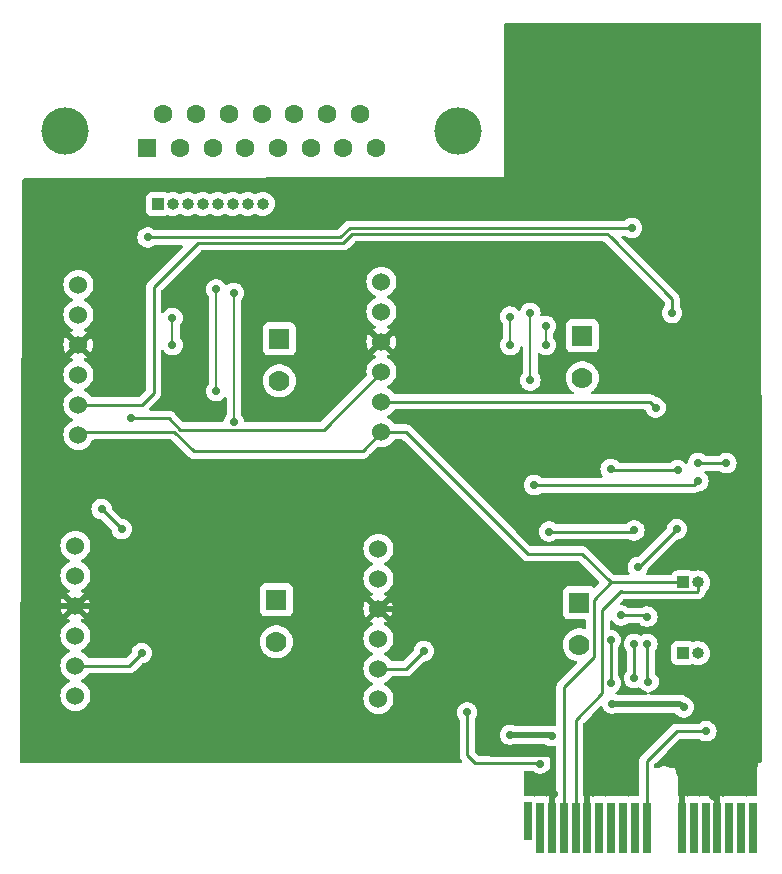
<source format=gbr>
%TF.GenerationSoftware,KiCad,Pcbnew,7.0.7*%
%TF.CreationDate,2023-09-27T23:09:15-07:00*%
%TF.ProjectId,TC-board,54432d62-6f61-4726-942e-6b696361645f,rev?*%
%TF.SameCoordinates,Original*%
%TF.FileFunction,Copper,L2,Bot*%
%TF.FilePolarity,Positive*%
%FSLAX46Y46*%
G04 Gerber Fmt 4.6, Leading zero omitted, Abs format (unit mm)*
G04 Created by KiCad (PCBNEW 7.0.7) date 2023-09-27 23:09:15*
%MOMM*%
%LPD*%
G01*
G04 APERTURE LIST*
%TA.AperFunction,ConnectorPad*%
%ADD10R,0.700000X3.200000*%
%TD*%
%TA.AperFunction,ConnectorPad*%
%ADD11R,0.700000X4.300000*%
%TD*%
%TA.AperFunction,ComponentPad*%
%ADD12C,4.000000*%
%TD*%
%TA.AperFunction,ComponentPad*%
%ADD13R,1.600000X1.600000*%
%TD*%
%TA.AperFunction,ComponentPad*%
%ADD14C,1.600000*%
%TD*%
%TA.AperFunction,ComponentPad*%
%ADD15C,1.524000*%
%TD*%
%TA.AperFunction,ComponentPad*%
%ADD16R,1.778000X1.778000*%
%TD*%
%TA.AperFunction,ComponentPad*%
%ADD17C,1.778000*%
%TD*%
%TA.AperFunction,ComponentPad*%
%ADD18R,1.000000X1.000000*%
%TD*%
%TA.AperFunction,ComponentPad*%
%ADD19O,1.000000X1.000000*%
%TD*%
%TA.AperFunction,ViaPad*%
%ADD20C,0.711200*%
%TD*%
%TA.AperFunction,Conductor*%
%ADD21C,0.508000*%
%TD*%
%TA.AperFunction,Conductor*%
%ADD22C,0.200000*%
%TD*%
%TA.AperFunction,Conductor*%
%ADD23C,0.254000*%
%TD*%
G04 APERTURE END LIST*
D10*
%TO.P,J2,A1,A1*%
%TO.N,unconnected-(J2-PadA1)*%
X145034000Y-106130000D03*
D11*
%TO.P,J2,A2,A2*%
%TO.N,unconnected-(J2-PadA2)*%
X146034000Y-106680000D03*
%TO.P,J2,A3,A3*%
%TO.N,GND*%
X147034000Y-106680000D03*
%TO.P,J2,A4,A4*%
%TO.N,/SPI1_SCK*%
X148034000Y-106680000D03*
%TO.P,J2,A5,A5*%
%TO.N,/SPI1_MISO*%
X149034000Y-106680000D03*
%TO.P,J2,A6,A6*%
%TO.N,GND*%
X150034000Y-106680000D03*
%TO.P,J2,A7,A7*%
%TO.N,unconnected-(J2-PadA7)*%
X151034000Y-106680000D03*
%TO.P,J2,A8,A8*%
%TO.N,unconnected-(J2-PadA8)*%
X152034000Y-106680000D03*
%TO.P,J2,A9,A9*%
%TO.N,unconnected-(J2-PadA9)*%
X153034000Y-106680000D03*
%TO.P,J2,A10,A10*%
%TO.N,unconnected-(J2-PadA10)*%
X154034000Y-106680000D03*
%TO.P,J2,A11,A11*%
%TO.N,/CS4*%
X155034000Y-106680000D03*
%TO.P,J2,A12,A12*%
%TO.N,GND*%
X158034000Y-106680000D03*
%TO.P,J2,A13,A13*%
%TO.N,unconnected-(J2-PadA13)*%
X159034000Y-106680000D03*
%TO.P,J2,A14,A14*%
%TO.N,unconnected-(J2-PadA14)*%
X160034000Y-106680000D03*
%TO.P,J2,A15,A15*%
%TO.N,GND*%
X161034000Y-106680000D03*
%TO.P,J2,A16,A16*%
%TO.N,unconnected-(J2-PadA16)*%
X162034000Y-106680000D03*
%TO.P,J2,A17,A17*%
%TO.N,unconnected-(J2-PadA17)*%
X163034000Y-106680000D03*
%TO.P,J2,A18,A18*%
%TO.N,unconnected-(J2-PadA18)*%
X164034000Y-106680000D03*
%TD*%
D12*
%TO.P,J1,0*%
%TO.N,N/C*%
X139098000Y-47666331D03*
X105798000Y-47666331D03*
D13*
%TO.P,J1,1,1*%
%TO.N,/TC1_T-*%
X112753000Y-49086331D03*
D14*
%TO.P,J1,2,2*%
%TO.N,/TC2_T-*%
X115523000Y-49086331D03*
%TO.P,J1,3,3*%
%TO.N,/TC3_T-*%
X118293000Y-49086331D03*
%TO.P,J1,4,4*%
%TO.N,/TC4_T-*%
X121063000Y-49086331D03*
%TO.P,J1,5,5*%
%TO.N,unconnected-(J1-Pad5)*%
X123833000Y-49086331D03*
%TO.P,J1,6,6*%
%TO.N,unconnected-(J1-Pad6)*%
X126603000Y-49086331D03*
%TO.P,J1,7,7*%
%TO.N,unconnected-(J1-Pad7)*%
X129373000Y-49086331D03*
%TO.P,J1,8,8*%
%TO.N,unconnected-(J1-Pad8)*%
X132143000Y-49086331D03*
%TO.P,J1,9,P9*%
%TO.N,/TC1_T+*%
X114138000Y-46246331D03*
%TO.P,J1,10,P10*%
%TO.N,/TC2_T+*%
X116908000Y-46246331D03*
%TO.P,J1,11,P111*%
%TO.N,/TC3_T+*%
X119678000Y-46246331D03*
%TO.P,J1,12,P12*%
%TO.N,/TC4_T+*%
X122448000Y-46246331D03*
%TO.P,J1,13,P13*%
%TO.N,unconnected-(J1-Pad13)*%
X125218000Y-46246331D03*
%TO.P,J1,14,P14*%
%TO.N,unconnected-(J1-Pad14)*%
X127988000Y-46246331D03*
%TO.P,J1,15,P15*%
%TO.N,unconnected-(J1-Pad15)*%
X130758000Y-46246331D03*
%TD*%
D15*
%TO.P,A2,1,GND*%
%TO.N,GND*%
X132587000Y-65532000D03*
D16*
%TO.P,A2,2,T-*%
%TO.N,/TC2_T-*%
X149607260Y-65023460D03*
D17*
%TO.P,A2,3,T+*%
%TO.N,/TC2_T+*%
X149607260Y-68579460D03*
D15*
%TO.P,A2,4,VIN*%
%TO.N,+3.3V*%
X132587000Y-60452000D03*
%TO.P,A2,5,SCK*%
%TO.N,/SPI1_SCK*%
X132587000Y-73152000D03*
%TO.P,A2,6,CS*%
%TO.N,/TC2_CS*%
X132587000Y-70612000D03*
%TO.P,A2,7,SDO*%
%TO.N,/SPI1_MISO*%
X132587000Y-68072000D03*
%TO.P,A2,8,3V0*%
%TO.N,unconnected-(A2-Pad8)*%
X132587000Y-62992000D03*
%TD*%
D18*
%TO.P,J3,1,Pin_1*%
%TO.N,/TC1_T-*%
X113660000Y-53848000D03*
D19*
%TO.P,J3,2,Pin_2*%
%TO.N,/TC1_T+*%
X114930000Y-53848000D03*
%TO.P,J3,3,Pin_3*%
%TO.N,/TC2_T-*%
X116200000Y-53848000D03*
%TO.P,J3,4,Pin_4*%
%TO.N,/TC2_T+*%
X117470000Y-53848000D03*
%TO.P,J3,5,Pin_5*%
%TO.N,/TC3_T-*%
X118740000Y-53848000D03*
%TO.P,J3,6,Pin_6*%
%TO.N,/TC3_T+*%
X120010000Y-53848000D03*
%TO.P,J3,7,Pin_7*%
%TO.N,/TC4_T-*%
X121280000Y-53848000D03*
%TO.P,J3,8,Pin_8*%
%TO.N,/TC4_T+*%
X122550000Y-53848000D03*
%TD*%
D18*
%TO.P,J4,1,Pin_1*%
%TO.N,/SPI0_SCK*%
X158130000Y-91900000D03*
D19*
%TO.P,J4,2,Pin_2*%
%TO.N,/SPI0_MISO*%
X159400000Y-91900000D03*
%TD*%
D15*
%TO.P,A1,1,GND*%
%TO.N,GND*%
X106933000Y-65786000D03*
D16*
%TO.P,A1,2,T-*%
%TO.N,/TC1_T-*%
X123953260Y-65277460D03*
D17*
%TO.P,A1,3,T+*%
%TO.N,/TC1_T+*%
X123953260Y-68833460D03*
D15*
%TO.P,A1,4,VIN*%
%TO.N,+3.3V*%
X106933000Y-60706000D03*
%TO.P,A1,5,SCK*%
%TO.N,/SPI1_SCK*%
X106933000Y-73406000D03*
%TO.P,A1,6,CS*%
%TO.N,/TC1_CS*%
X106933000Y-70866000D03*
%TO.P,A1,7,SDO*%
%TO.N,/SPI1_MISO*%
X106933000Y-68326000D03*
%TO.P,A1,8,3V0*%
%TO.N,unconnected-(A1-Pad8)*%
X106933000Y-63246000D03*
%TD*%
%TO.P,A3,1,GND*%
%TO.N,GND*%
X106679000Y-87884000D03*
D16*
%TO.P,A3,2,T-*%
%TO.N,/TC3_T-*%
X123699260Y-87375460D03*
D17*
%TO.P,A3,3,T+*%
%TO.N,/TC3_T+*%
X123699260Y-90931460D03*
D15*
%TO.P,A3,4,VIN*%
%TO.N,+3.3V*%
X106679000Y-82804000D03*
%TO.P,A3,5,SCK*%
%TO.N,/SPI1_SCK*%
X106679000Y-95504000D03*
%TO.P,A3,6,CS*%
%TO.N,/TC3_CS*%
X106679000Y-92964000D03*
%TO.P,A3,7,SDO*%
%TO.N,/SPI1_MISO*%
X106679000Y-90424000D03*
%TO.P,A3,8,3V0*%
%TO.N,unconnected-(A3-Pad8)*%
X106679000Y-85344000D03*
%TD*%
D18*
%TO.P,J5,1,Pin_1*%
%TO.N,/SPI1_SCK*%
X158150000Y-85900000D03*
D19*
%TO.P,J5,2,Pin_2*%
%TO.N,/SPI1_MISO*%
X159420000Y-85900000D03*
%TD*%
D15*
%TO.P,A4,1,GND*%
%TO.N,GND*%
X132333000Y-88138000D03*
D16*
%TO.P,A4,2,T-*%
%TO.N,/TC4_T-*%
X149353260Y-87629460D03*
D17*
%TO.P,A4,3,T+*%
%TO.N,/TC4_T+*%
X149353260Y-91185460D03*
D15*
%TO.P,A4,4,VIN*%
%TO.N,+3.3V*%
X132333000Y-83058000D03*
%TO.P,A4,5,SCK*%
%TO.N,/SPI0_SCK*%
X132333000Y-95758000D03*
%TO.P,A4,6,CS*%
%TO.N,/TC4_CS*%
X132333000Y-93218000D03*
%TO.P,A4,7,SDO*%
%TO.N,/SPI0_MISO*%
X132333000Y-90678000D03*
%TO.P,A4,8,3V0*%
%TO.N,unconnected-(A4-Pad8)*%
X132333000Y-85598000D03*
%TD*%
D20*
%TO.N,GND*%
X127420000Y-71470000D03*
X157440000Y-100490000D03*
X155930000Y-98790000D03*
X160678800Y-103961200D03*
X147218000Y-103838000D03*
X127370000Y-75890000D03*
X150003000Y-101053000D03*
X147050000Y-100450000D03*
%TO.N,/TC1_T+*%
X114900000Y-63500000D03*
X114900000Y-65800000D03*
%TO.N,+3.3V*%
X143480000Y-98800000D03*
X158190000Y-96480000D03*
X152140000Y-96160000D03*
X146993660Y-98903660D03*
%TO.N,/SPI1_SCK*%
X108900000Y-79700000D03*
X110600000Y-81400000D03*
%TO.N,/TC1_CS*%
X157200000Y-63100000D03*
%TO.N,/SPI1_MISO*%
X146800000Y-81600000D03*
X111400000Y-72000000D03*
X154000000Y-81500000D03*
%TO.N,/TC2_T+*%
X146500000Y-64200000D03*
X146500000Y-65800000D03*
%TO.N,/TC2_CS*%
X155800000Y-71100000D03*
%TO.N,/TC3_T-*%
X118600000Y-61100000D03*
X118600000Y-69700000D03*
%TO.N,/TC3_T+*%
X120100000Y-61400000D03*
X120100000Y-72300000D03*
%TO.N,/TC3_CS*%
X153800000Y-55900000D03*
X112800000Y-56700000D03*
X112300000Y-91900000D03*
%TO.N,/TC4_T-*%
X143500000Y-63400000D03*
X143500000Y-65800000D03*
%TO.N,/TC4_T+*%
X145200000Y-63100000D03*
X145200000Y-68800000D03*
%TO.N,/TC4_CS*%
X159420000Y-77320000D03*
X136180000Y-91700000D03*
X145530000Y-77660000D03*
%TO.N,/SPI0_MISO*%
X146034000Y-101236900D03*
X139840000Y-96910000D03*
%TO.N,/CS1*%
X152000000Y-94400000D03*
X157700000Y-76400000D03*
X152000000Y-76300000D03*
X152000000Y-90800000D03*
%TO.N,/CS2*%
X154000000Y-94000000D03*
X154000000Y-91100000D03*
X154300000Y-84600000D03*
X157600000Y-81400000D03*
%TO.N,/CS3*%
X155200000Y-94300000D03*
X155100000Y-88800000D03*
X152900000Y-88700000D03*
X155100000Y-91100000D03*
%TO.N,/CS4*%
X161800000Y-75800000D03*
X160100000Y-98500000D03*
X159400000Y-75800000D03*
%TD*%
D21*
%TO.N,GND*%
X150034000Y-101084000D02*
X150003000Y-101053000D01*
X128085000Y-83890000D02*
X132333000Y-88138000D01*
X134298000Y-88138000D02*
X132333000Y-88138000D01*
X147034000Y-104022000D02*
X147218000Y-103838000D01*
X118620000Y-83890000D02*
X127680000Y-83890000D01*
X152266000Y-98790000D02*
X150003000Y-101053000D01*
X161034000Y-104316400D02*
X160678800Y-103961200D01*
X141850000Y-100450000D02*
X141360000Y-99960000D01*
X127420000Y-70699000D02*
X127420000Y-71470000D01*
X158034000Y-101084000D02*
X157440000Y-100490000D01*
X147050000Y-100450000D02*
X141850000Y-100450000D01*
X106933000Y-65786000D02*
X103910000Y-68809000D01*
X158034000Y-101316400D02*
X158034000Y-101084000D01*
X127680000Y-83890000D02*
X128085000Y-83890000D01*
X158034000Y-106680000D02*
X158034000Y-101084000D01*
X160678800Y-103961200D02*
X158034000Y-101316400D01*
X161034000Y-106680000D02*
X161034000Y-104316400D01*
X141360000Y-95200000D02*
X134298000Y-88138000D01*
X127370000Y-83580000D02*
X127680000Y-83890000D01*
X106679000Y-87884000D02*
X114626000Y-87884000D01*
X127370000Y-75890000D02*
X127370000Y-83580000D01*
X103910000Y-87110000D02*
X104684000Y-87884000D01*
X141360000Y-99960000D02*
X141360000Y-95200000D01*
X103910000Y-68809000D02*
X103910000Y-87110000D01*
X104684000Y-87884000D02*
X106679000Y-87884000D01*
X132587000Y-65532000D02*
X127420000Y-70699000D01*
X155930000Y-98790000D02*
X152266000Y-98790000D01*
X114626000Y-87884000D02*
X118620000Y-83890000D01*
X147034000Y-106680000D02*
X147034000Y-104022000D01*
X150034000Y-106680000D02*
X150034000Y-101084000D01*
D22*
%TO.N,/TC1_T+*%
X114900000Y-63500000D02*
X114900000Y-65800000D01*
D21*
%TO.N,+3.3V*%
X143480000Y-98800000D02*
X146890000Y-98800000D01*
X146890000Y-98800000D02*
X146993660Y-98903660D01*
X157870000Y-96160000D02*
X158190000Y-96480000D01*
X152140000Y-96160000D02*
X157870000Y-96160000D01*
D23*
%TO.N,/SPI1_SCK*%
X116700000Y-74800000D02*
X115052000Y-73152000D01*
X144960000Y-83460000D02*
X149560000Y-83460000D01*
X132587000Y-73152000D02*
X134652000Y-73152000D01*
X158150000Y-85900000D02*
X152000000Y-85900000D01*
X149560000Y-83460000D02*
X152000000Y-85900000D01*
X131000000Y-74800000D02*
X131000000Y-74739000D01*
X131000000Y-74739000D02*
X132587000Y-73152000D01*
X115052000Y-73152000D02*
X107187000Y-73152000D01*
X148034000Y-94766000D02*
X148034000Y-106680000D01*
X152000000Y-85900000D02*
X150547060Y-87352940D01*
X116700000Y-74800000D02*
X131000000Y-74800000D01*
X150547060Y-92252940D02*
X148034000Y-94766000D01*
X107187000Y-73152000D02*
X106933000Y-73406000D01*
X108900000Y-79700000D02*
X110600000Y-81400000D01*
X150547060Y-87352940D02*
X150547060Y-92252940D01*
X134652000Y-73152000D02*
X144960000Y-83460000D01*
%TO.N,/TC1_CS*%
X130100000Y-56400000D02*
X151700000Y-56400000D01*
X152000000Y-56700000D02*
X157200000Y-61900000D01*
X151700000Y-56400000D02*
X152000000Y-56700000D01*
X157200000Y-61900000D02*
X157200000Y-63100000D01*
X113300000Y-64166053D02*
X113300000Y-60900000D01*
X113300000Y-69900000D02*
X113300000Y-64166053D01*
X129368200Y-57131800D02*
X130100000Y-56400000D01*
X106933000Y-70866000D02*
X112334000Y-70866000D01*
X113300000Y-60900000D02*
X117068200Y-57131800D01*
X112334000Y-70866000D02*
X113300000Y-69900000D01*
X117068200Y-57131800D02*
X129368200Y-57131800D01*
%TO.N,/SPI1_MISO*%
X149034000Y-97566000D02*
X149034000Y-106680000D01*
X114600000Y-72000000D02*
X111400000Y-72000000D01*
X146800000Y-81600000D02*
X153900000Y-81600000D01*
X151300000Y-95300000D02*
X149034000Y-97566000D01*
X159420000Y-86607106D02*
X159322306Y-86704800D01*
X127698600Y-72960400D02*
X115560400Y-72960400D01*
X152900000Y-86600000D02*
X151300000Y-88200000D01*
X151300000Y-88200000D02*
X151300000Y-95300000D01*
X153900000Y-81600000D02*
X154000000Y-81500000D01*
X115560400Y-72960400D02*
X114600000Y-72000000D01*
X159322306Y-86704800D02*
X153004800Y-86704800D01*
X159420000Y-85900000D02*
X159420000Y-86607106D01*
X153004800Y-86704800D02*
X152900000Y-86600000D01*
X132587000Y-68072000D02*
X127698600Y-72960400D01*
D22*
%TO.N,/TC2_T+*%
X146500000Y-64200000D02*
X146500000Y-65800000D01*
D23*
%TO.N,/TC2_CS*%
X132587000Y-70612000D02*
X155312000Y-70612000D01*
X155312000Y-70612000D02*
X155800000Y-71100000D01*
D22*
%TO.N,/TC3_T-*%
X118600000Y-61100000D02*
X118600000Y-69700000D01*
%TO.N,/TC3_T+*%
X120100000Y-61400000D02*
X120100000Y-72300000D01*
D23*
%TO.N,/TC3_CS*%
X129900000Y-55900000D02*
X153800000Y-55900000D01*
X112800000Y-56700000D02*
X129100000Y-56700000D01*
X129100000Y-56700000D02*
X129900000Y-55900000D01*
X111236000Y-92964000D02*
X112300000Y-91900000D01*
X106679000Y-92964000D02*
X111236000Y-92964000D01*
D22*
%TO.N,/TC4_T-*%
X143500000Y-63400000D02*
X143500000Y-65800000D01*
%TO.N,/TC4_T+*%
X145200000Y-63100000D02*
X145200000Y-68800000D01*
D23*
%TO.N,/TC4_CS*%
X159080000Y-77660000D02*
X159420000Y-77320000D01*
X134662000Y-93218000D02*
X136180000Y-91700000D01*
X145530000Y-77660000D02*
X159080000Y-77660000D01*
X132333000Y-93218000D02*
X134662000Y-93218000D01*
%TO.N,/SPI0_MISO*%
X140519000Y-101219000D02*
X146016100Y-101219000D01*
X139840000Y-96910000D02*
X139840000Y-100540000D01*
X146016100Y-101219000D02*
X146034000Y-101236900D01*
X139840000Y-100540000D02*
X140519000Y-101219000D01*
%TO.N,/CS1*%
X157700000Y-76400000D02*
X152100000Y-76400000D01*
X152100000Y-76400000D02*
X152000000Y-76300000D01*
X152000000Y-90800000D02*
X152000000Y-94400000D01*
%TO.N,/CS2*%
X157600000Y-81400000D02*
X154400000Y-84600000D01*
X154400000Y-84600000D02*
X154300000Y-84600000D01*
X154000000Y-91100000D02*
X154000000Y-94000000D01*
%TO.N,/CS3*%
X155000000Y-88700000D02*
X155100000Y-88800000D01*
X155100000Y-94200000D02*
X155200000Y-94300000D01*
X152900000Y-88700000D02*
X155000000Y-88700000D01*
X155100000Y-91100000D02*
X155100000Y-94200000D01*
%TO.N,/CS4*%
X160100000Y-98500000D02*
X157600000Y-98500000D01*
X159400000Y-75800000D02*
X161800000Y-75800000D01*
X157600000Y-98500000D02*
X155034000Y-101066000D01*
X155034000Y-101066000D02*
X155034000Y-106680000D01*
%TD*%
%TA.AperFunction,Conductor*%
%TO.N,GND*%
G36*
X147398500Y-101107301D02*
G01*
X147398500Y-103906000D01*
X147378815Y-103973039D01*
X147326011Y-104018794D01*
X147286641Y-104027358D01*
X147283999Y-104030000D01*
X147283999Y-104174546D01*
X147264314Y-104241585D01*
X147259268Y-104248853D01*
X147233113Y-104283793D01*
X147233111Y-104283796D01*
X147233109Y-104283799D01*
X147233110Y-104283799D01*
X147182011Y-104420795D01*
X147182011Y-104420797D01*
X147175500Y-104481345D01*
X147175500Y-106806000D01*
X147155815Y-106873039D01*
X147103011Y-106918794D01*
X147051500Y-106930000D01*
X147016500Y-106930000D01*
X146949461Y-106910315D01*
X146903706Y-106857511D01*
X146892500Y-106806000D01*
X146892500Y-104481362D01*
X146892499Y-104481345D01*
X146889157Y-104450270D01*
X146885989Y-104420799D01*
X146834889Y-104283796D01*
X146808732Y-104248855D01*
X146784316Y-104183392D01*
X146784000Y-104174545D01*
X146784000Y-104030000D01*
X146636155Y-104030000D01*
X146576617Y-104036402D01*
X146575917Y-104036568D01*
X146575358Y-104036537D01*
X146568913Y-104037231D01*
X146568800Y-104036185D01*
X146506148Y-104032819D01*
X146504087Y-104032071D01*
X146493201Y-104028011D01*
X146493199Y-104028010D01*
X146432654Y-104021500D01*
X146432638Y-104021500D01*
X145635362Y-104021500D01*
X145635345Y-104021500D01*
X145574802Y-104028010D01*
X145567245Y-104029796D01*
X145566778Y-104027822D01*
X145507626Y-104032046D01*
X145496708Y-104028839D01*
X145493197Y-104028010D01*
X145432654Y-104021500D01*
X145432638Y-104021500D01*
X144762500Y-104021500D01*
X144695461Y-104001815D01*
X144649706Y-103949011D01*
X144638500Y-103897500D01*
X144638500Y-101978500D01*
X144658185Y-101911461D01*
X144710989Y-101865706D01*
X144762500Y-101854500D01*
X145373824Y-101854500D01*
X145440863Y-101874185D01*
X145447184Y-101879011D01*
X145447361Y-101878769D01*
X145599565Y-101989352D01*
X145599566Y-101989352D01*
X145599570Y-101989355D01*
X145698848Y-102033556D01*
X145765501Y-102063233D01*
X145765507Y-102063235D01*
X145943179Y-102101000D01*
X145943180Y-102101000D01*
X146124819Y-102101000D01*
X146124821Y-102101000D01*
X146302493Y-102063235D01*
X146302495Y-102063233D01*
X146302498Y-102063233D01*
X146324949Y-102053236D01*
X146468430Y-101989355D01*
X146615381Y-101882589D01*
X146736923Y-101747603D01*
X146827743Y-101590297D01*
X146883873Y-101417546D01*
X146902860Y-101236900D01*
X146888953Y-101104587D01*
X147398500Y-101107301D01*
G37*
%TD.AperFunction*%
%TA.AperFunction,Conductor*%
G36*
X154398500Y-101144591D02*
G01*
X154398500Y-103897500D01*
X154378815Y-103964539D01*
X154326011Y-104010294D01*
X154274500Y-104021500D01*
X153635345Y-104021500D01*
X153574802Y-104028010D01*
X153567245Y-104029796D01*
X153566778Y-104027822D01*
X153507626Y-104032046D01*
X153496708Y-104028839D01*
X153493197Y-104028010D01*
X153432654Y-104021500D01*
X153432638Y-104021500D01*
X152635362Y-104021500D01*
X152635345Y-104021500D01*
X152574799Y-104028010D01*
X152567248Y-104029795D01*
X152566782Y-104027823D01*
X152507618Y-104032044D01*
X152496701Y-104028837D01*
X152493202Y-104028011D01*
X152432654Y-104021500D01*
X152432638Y-104021500D01*
X151635362Y-104021500D01*
X151635345Y-104021500D01*
X151574802Y-104028010D01*
X151567245Y-104029796D01*
X151566778Y-104027822D01*
X151507626Y-104032046D01*
X151496708Y-104028839D01*
X151493197Y-104028010D01*
X151432654Y-104021500D01*
X151432638Y-104021500D01*
X150635362Y-104021500D01*
X150635345Y-104021500D01*
X150574802Y-104028010D01*
X150574792Y-104028012D01*
X150563911Y-104032071D01*
X150499143Y-104036700D01*
X150499087Y-104037231D01*
X150496148Y-104036915D01*
X150494219Y-104037053D01*
X150492074Y-104036567D01*
X150491374Y-104036401D01*
X150431844Y-104030000D01*
X150284000Y-104030000D01*
X150284000Y-104174545D01*
X150264315Y-104241584D01*
X150259267Y-104248856D01*
X150233111Y-104283795D01*
X150182011Y-104420795D01*
X150182011Y-104420797D01*
X150175500Y-104481345D01*
X150175500Y-106806000D01*
X150155815Y-106873039D01*
X150103011Y-106918794D01*
X150051500Y-106930000D01*
X150016500Y-106930000D01*
X149949461Y-106910315D01*
X149903706Y-106857511D01*
X149892500Y-106806000D01*
X149892500Y-104481362D01*
X149892499Y-104481345D01*
X149889157Y-104450270D01*
X149885989Y-104420799D01*
X149834889Y-104283796D01*
X149808732Y-104248855D01*
X149784316Y-104183392D01*
X149784000Y-104174545D01*
X149784000Y-104030000D01*
X149780050Y-104026050D01*
X149726461Y-104010315D01*
X149680706Y-103957511D01*
X149669500Y-103906000D01*
X149669500Y-101119399D01*
X154398500Y-101144591D01*
G37*
%TD.AperFunction*%
%TA.AperFunction,Conductor*%
G36*
X164548096Y-101198657D02*
G01*
X164547970Y-101198747D01*
X164528979Y-101210928D01*
X164509987Y-101223109D01*
X164507644Y-101225366D01*
X164506988Y-101225906D01*
X164505948Y-101227000D01*
X164504877Y-101228030D01*
X164504346Y-101228682D01*
X164502097Y-101231043D01*
X164477941Y-101269173D01*
X164452170Y-101306221D01*
X164450872Y-101309196D01*
X164450470Y-101309951D01*
X164449933Y-101311345D01*
X164449331Y-101312724D01*
X164449084Y-101313547D01*
X164447916Y-101316572D01*
X164440191Y-101361053D01*
X164436014Y-101380170D01*
X164435305Y-101386214D01*
X164435133Y-101386193D01*
X164434283Y-101395064D01*
X164430590Y-101416326D01*
X164431705Y-101421294D01*
X164434690Y-101450761D01*
X164430071Y-101697133D01*
X164429784Y-101702038D01*
X164429500Y-101704928D01*
X164429500Y-101727624D01*
X164429075Y-101750292D01*
X164429304Y-101753169D01*
X164429500Y-101758091D01*
X164429500Y-103897500D01*
X164409815Y-103964539D01*
X164357011Y-104010294D01*
X164305500Y-104021500D01*
X163635345Y-104021500D01*
X163574802Y-104028010D01*
X163567245Y-104029796D01*
X163566778Y-104027822D01*
X163507626Y-104032046D01*
X163496708Y-104028839D01*
X163493197Y-104028010D01*
X163432654Y-104021500D01*
X163432638Y-104021500D01*
X162635362Y-104021500D01*
X162635345Y-104021500D01*
X162574799Y-104028010D01*
X162567248Y-104029795D01*
X162566782Y-104027823D01*
X162507618Y-104032044D01*
X162496701Y-104028837D01*
X162493202Y-104028011D01*
X162432654Y-104021500D01*
X162432638Y-104021500D01*
X161635362Y-104021500D01*
X161635345Y-104021500D01*
X161574802Y-104028010D01*
X161574792Y-104028012D01*
X161563911Y-104032071D01*
X161499143Y-104036700D01*
X161499087Y-104037231D01*
X161496148Y-104036915D01*
X161494219Y-104037053D01*
X161492074Y-104036567D01*
X161491374Y-104036401D01*
X161431844Y-104030000D01*
X161283999Y-104030000D01*
X161283999Y-104174546D01*
X161264314Y-104241585D01*
X161259268Y-104248853D01*
X161233113Y-104283793D01*
X161233111Y-104283796D01*
X161233109Y-104283799D01*
X161233110Y-104283799D01*
X161182011Y-104420795D01*
X161182011Y-104420797D01*
X161175500Y-104481345D01*
X161175500Y-106806000D01*
X161155815Y-106873039D01*
X161103011Y-106918794D01*
X161051500Y-106930000D01*
X161016500Y-106930000D01*
X160949461Y-106910315D01*
X160903706Y-106857511D01*
X160892500Y-106806000D01*
X160892500Y-104481362D01*
X160892499Y-104481345D01*
X160889157Y-104450270D01*
X160885989Y-104420799D01*
X160834889Y-104283796D01*
X160808732Y-104248855D01*
X160784316Y-104183392D01*
X160784000Y-104174545D01*
X160784000Y-104030000D01*
X160636155Y-104030000D01*
X160576617Y-104036402D01*
X160575917Y-104036568D01*
X160575358Y-104036537D01*
X160568913Y-104037231D01*
X160568800Y-104036185D01*
X160506148Y-104032819D01*
X160504087Y-104032071D01*
X160493201Y-104028011D01*
X160493199Y-104028010D01*
X160432654Y-104021500D01*
X160432638Y-104021500D01*
X159635362Y-104021500D01*
X159635345Y-104021500D01*
X159574802Y-104028010D01*
X159567245Y-104029796D01*
X159566778Y-104027822D01*
X159507626Y-104032046D01*
X159496708Y-104028839D01*
X159493197Y-104028010D01*
X159432654Y-104021500D01*
X159432638Y-104021500D01*
X158635362Y-104021500D01*
X158635345Y-104021500D01*
X158574802Y-104028010D01*
X158574792Y-104028012D01*
X158563911Y-104032071D01*
X158499143Y-104036700D01*
X158499087Y-104037231D01*
X158496148Y-104036915D01*
X158494219Y-104037053D01*
X158492074Y-104036567D01*
X158491374Y-104036401D01*
X158431844Y-104030000D01*
X158284000Y-104030000D01*
X158284000Y-104174545D01*
X158264315Y-104241584D01*
X158259267Y-104248856D01*
X158233111Y-104283795D01*
X158182011Y-104420795D01*
X158182011Y-104420797D01*
X158175500Y-104481345D01*
X158175500Y-106806000D01*
X158155815Y-106873039D01*
X158103011Y-106918794D01*
X158051500Y-106930000D01*
X157908000Y-106930000D01*
X157840961Y-106910315D01*
X157795206Y-106857511D01*
X157784000Y-106806000D01*
X157784000Y-104029999D01*
X157774818Y-104020817D01*
X157741333Y-103959494D01*
X157738500Y-103933137D01*
X157738500Y-102574622D01*
X157738499Y-102574617D01*
X157701902Y-102367062D01*
X157657971Y-102246363D01*
X157629818Y-102169012D01*
X157524438Y-101986488D01*
X157519092Y-101980117D01*
X157491079Y-101916111D01*
X157490152Y-101904571D01*
X157480000Y-101600000D01*
X157105611Y-101600000D01*
X157050472Y-101585227D01*
X157049893Y-101586470D01*
X157044991Y-101584184D01*
X157044988Y-101584182D01*
X157019980Y-101575079D01*
X156846937Y-101512097D01*
X156639382Y-101475500D01*
X156639380Y-101475500D01*
X156428620Y-101475500D01*
X156428617Y-101475500D01*
X156221062Y-101512097D01*
X156023014Y-101584181D01*
X156018107Y-101586470D01*
X156017527Y-101585227D01*
X155962389Y-101600000D01*
X155793500Y-101600000D01*
X155726461Y-101580315D01*
X155680706Y-101527511D01*
X155669500Y-101476000D01*
X155669500Y-101380593D01*
X155689185Y-101313554D01*
X155705814Y-101292917D01*
X155846428Y-101152304D01*
X164548096Y-101198657D01*
G37*
%TD.AperFunction*%
%TD*%
%TA.AperFunction,Conductor*%
%TO.N,GND*%
G36*
X164643236Y-38519685D02*
G01*
X164688991Y-38572489D01*
X164700197Y-38623802D01*
X164799724Y-101027815D01*
X164780146Y-101094886D01*
X164727415Y-101140725D01*
X164697630Y-101150063D01*
X164673633Y-101154370D01*
X164664758Y-101155270D01*
X164664780Y-101155442D01*
X164658733Y-101156186D01*
X164644146Y-101159459D01*
X164639627Y-101160474D01*
X164624821Y-101163131D01*
X164595207Y-101168447D01*
X164592178Y-101169636D01*
X164591366Y-101169884D01*
X164590007Y-101170487D01*
X164588612Y-101171034D01*
X164587855Y-101171442D01*
X164584883Y-101172758D01*
X164548096Y-101198658D01*
X155846427Y-101152304D01*
X156773328Y-100225405D01*
X157826913Y-99171819D01*
X157888237Y-99138334D01*
X157914595Y-99135500D01*
X159464305Y-99135500D01*
X159531344Y-99155185D01*
X159537190Y-99159182D01*
X159665565Y-99252452D01*
X159665566Y-99252452D01*
X159665570Y-99252455D01*
X159764848Y-99296656D01*
X159831501Y-99326333D01*
X159831507Y-99326335D01*
X160009179Y-99364100D01*
X160009180Y-99364100D01*
X160190819Y-99364100D01*
X160190821Y-99364100D01*
X160368493Y-99326335D01*
X160368495Y-99326333D01*
X160368498Y-99326333D01*
X160403607Y-99310701D01*
X160534430Y-99252455D01*
X160681381Y-99145689D01*
X160688004Y-99138334D01*
X160707714Y-99116443D01*
X160802923Y-99010703D01*
X160893743Y-98853397D01*
X160949873Y-98680646D01*
X160968860Y-98500000D01*
X160949873Y-98319354D01*
X160893743Y-98146603D01*
X160888793Y-98138030D01*
X160849274Y-98069580D01*
X160802923Y-97989297D01*
X160742844Y-97922572D01*
X160681386Y-97854315D01*
X160681379Y-97854309D01*
X160534434Y-97747547D01*
X160534431Y-97747545D01*
X160534430Y-97747545D01*
X160490227Y-97727864D01*
X160368498Y-97673666D01*
X160368492Y-97673664D01*
X160228584Y-97643926D01*
X160190821Y-97635900D01*
X160009179Y-97635900D01*
X159978034Y-97642519D01*
X159831507Y-97673664D01*
X159831501Y-97673666D01*
X159665570Y-97747545D01*
X159665565Y-97747547D01*
X159537190Y-97840818D01*
X159471384Y-97864298D01*
X159464305Y-97864500D01*
X157683847Y-97864500D01*
X157668067Y-97862758D01*
X157668042Y-97863026D01*
X157660281Y-97862292D01*
X157590015Y-97864500D01*
X157560013Y-97864500D01*
X157552973Y-97865388D01*
X157547160Y-97865845D01*
X157499800Y-97867334D01*
X157499794Y-97867335D01*
X157480093Y-97873058D01*
X157461054Y-97877000D01*
X157440711Y-97879571D01*
X157440703Y-97879572D01*
X157440701Y-97879573D01*
X157440699Y-97879573D01*
X157440693Y-97879575D01*
X157396645Y-97897014D01*
X157391122Y-97898905D01*
X157345609Y-97912130D01*
X157345607Y-97912130D01*
X157345607Y-97912131D01*
X157327948Y-97922573D01*
X157310483Y-97931129D01*
X157291415Y-97938678D01*
X157291414Y-97938679D01*
X157253070Y-97966537D01*
X157248188Y-97969743D01*
X157207398Y-97993868D01*
X157192902Y-98008364D01*
X157178112Y-98020996D01*
X157161515Y-98033054D01*
X157161513Y-98033057D01*
X157131297Y-98069580D01*
X157127365Y-98073901D01*
X154643921Y-100557344D01*
X154631531Y-100567272D01*
X154631702Y-100567479D01*
X154625696Y-100572447D01*
X154615317Y-100583500D01*
X154577573Y-100623693D01*
X154570503Y-100630763D01*
X154556365Y-100644900D01*
X154556363Y-100644902D01*
X154552008Y-100650516D01*
X154548218Y-100654953D01*
X154515782Y-100689494D01*
X154515781Y-100689496D01*
X154505900Y-100707468D01*
X154495225Y-100723719D01*
X154482652Y-100739929D01*
X154482649Y-100739933D01*
X154463827Y-100783428D01*
X154461257Y-100788674D01*
X154438430Y-100830197D01*
X154433329Y-100850064D01*
X154427030Y-100868462D01*
X154418884Y-100887287D01*
X154418881Y-100887296D01*
X154411469Y-100934098D01*
X154410284Y-100939820D01*
X154398500Y-100985711D01*
X154398500Y-101006225D01*
X154396972Y-101025624D01*
X154393765Y-101045879D01*
X154394746Y-101056254D01*
X154398225Y-101093059D01*
X154398500Y-101098897D01*
X154398500Y-101144591D01*
X149669500Y-101119399D01*
X149669500Y-97880594D01*
X149689185Y-97813555D01*
X149705819Y-97792913D01*
X150408086Y-97090646D01*
X151114664Y-96384067D01*
X151175985Y-96350584D01*
X151245677Y-96355568D01*
X151301610Y-96397440D01*
X151320274Y-96433431D01*
X151346258Y-96513400D01*
X151383431Y-96577785D01*
X151437077Y-96670703D01*
X151465653Y-96702440D01*
X151558613Y-96805684D01*
X151558620Y-96805690D01*
X151705565Y-96912452D01*
X151705566Y-96912452D01*
X151705570Y-96912455D01*
X151772345Y-96942185D01*
X151871501Y-96986333D01*
X151871507Y-96986335D01*
X152049179Y-97024100D01*
X152049180Y-97024100D01*
X152230819Y-97024100D01*
X152230821Y-97024100D01*
X152408493Y-96986335D01*
X152527792Y-96933219D01*
X152578226Y-96922500D01*
X157376108Y-96922500D01*
X157443147Y-96942185D01*
X157483494Y-96984497D01*
X157487077Y-96990703D01*
X157608613Y-97125684D01*
X157608620Y-97125690D01*
X157755565Y-97232452D01*
X157755566Y-97232452D01*
X157755570Y-97232455D01*
X157825074Y-97263400D01*
X157921501Y-97306333D01*
X157921507Y-97306335D01*
X158099179Y-97344100D01*
X158099180Y-97344100D01*
X158280819Y-97344100D01*
X158280821Y-97344100D01*
X158458493Y-97306335D01*
X158458495Y-97306333D01*
X158458498Y-97306333D01*
X158480949Y-97296336D01*
X158624430Y-97232455D01*
X158771381Y-97125689D01*
X158892923Y-96990703D01*
X158983743Y-96833397D01*
X159039873Y-96660646D01*
X159058860Y-96480000D01*
X159039873Y-96299354D01*
X158983743Y-96126603D01*
X158958953Y-96083666D01*
X158898792Y-95979463D01*
X158892923Y-95969297D01*
X158845318Y-95916426D01*
X158771386Y-95834315D01*
X158771379Y-95834309D01*
X158624435Y-95727548D01*
X158624432Y-95727546D01*
X158624430Y-95727545D01*
X158462308Y-95655363D01*
X158433042Y-95637075D01*
X158387698Y-95599027D01*
X158383709Y-95595371D01*
X158377766Y-95589428D01*
X158351620Y-95568754D01*
X158291853Y-95518604D01*
X158285820Y-95514636D01*
X158285843Y-95514600D01*
X158279193Y-95510363D01*
X158279172Y-95510399D01*
X158273022Y-95506606D01*
X158267438Y-95504002D01*
X158202294Y-95473625D01*
X158132566Y-95438606D01*
X158132565Y-95438605D01*
X158132562Y-95438604D01*
X158125781Y-95436136D01*
X158125794Y-95436097D01*
X158118340Y-95433506D01*
X158118327Y-95433546D01*
X158111472Y-95431274D01*
X158035065Y-95415498D01*
X157959123Y-95397500D01*
X157959121Y-95397500D01*
X157959117Y-95397499D01*
X157951948Y-95396661D01*
X157951952Y-95396619D01*
X157944106Y-95395818D01*
X157944103Y-95395860D01*
X157936913Y-95395230D01*
X157858924Y-95397500D01*
X155372540Y-95397500D01*
X155305501Y-95377815D01*
X155259746Y-95325011D01*
X155249802Y-95255853D01*
X155278827Y-95192297D01*
X155337605Y-95154523D01*
X155346755Y-95152210D01*
X155468493Y-95126335D01*
X155468495Y-95126333D01*
X155468498Y-95126333D01*
X155490949Y-95116336D01*
X155634430Y-95052455D01*
X155781381Y-94945689D01*
X155902923Y-94810703D01*
X155993743Y-94653397D01*
X156049873Y-94480646D01*
X156068860Y-94300000D01*
X156049873Y-94119354D01*
X155993743Y-93946603D01*
X155902923Y-93789297D01*
X155781381Y-93654311D01*
X155781380Y-93654311D01*
X155776552Y-93649963D01*
X155778352Y-93647963D01*
X155743279Y-93601024D01*
X155735500Y-93557795D01*
X155735500Y-92448654D01*
X157121500Y-92448654D01*
X157128011Y-92509202D01*
X157128011Y-92509204D01*
X157162034Y-92600419D01*
X157179111Y-92646204D01*
X157266739Y-92763261D01*
X157383796Y-92850889D01*
X157498949Y-92893839D01*
X157520793Y-92901987D01*
X157520799Y-92901989D01*
X157548050Y-92904918D01*
X157581345Y-92908499D01*
X157581362Y-92908500D01*
X158678638Y-92908500D01*
X158678654Y-92908499D01*
X158705692Y-92905591D01*
X158739201Y-92901989D01*
X158739205Y-92901987D01*
X158739207Y-92901987D01*
X158876199Y-92850891D01*
X158876201Y-92850890D01*
X158876200Y-92850890D01*
X158876204Y-92850889D01*
X158881098Y-92847225D01*
X158946560Y-92822807D01*
X159005929Y-92835441D01*
X159006564Y-92833909D01*
X159012185Y-92836237D01*
X159012193Y-92836239D01*
X159012196Y-92836241D01*
X159202299Y-92893908D01*
X159202298Y-92893908D01*
X159220024Y-92895653D01*
X159400000Y-92913380D01*
X159597701Y-92893908D01*
X159787804Y-92836241D01*
X159787812Y-92836237D01*
X159962998Y-92742598D01*
X159963004Y-92742595D01*
X160116568Y-92616568D01*
X160242595Y-92463004D01*
X160316003Y-92325666D01*
X160336239Y-92287808D01*
X160336239Y-92287807D01*
X160336241Y-92287804D01*
X160393908Y-92097701D01*
X160413380Y-91900000D01*
X160393908Y-91702299D01*
X160336241Y-91512196D01*
X160336239Y-91512193D01*
X160336239Y-91512191D01*
X160242598Y-91337001D01*
X160242594Y-91336994D01*
X160116568Y-91183431D01*
X159963005Y-91057405D01*
X159962998Y-91057401D01*
X159787808Y-90963760D01*
X159641410Y-90919351D01*
X159597701Y-90906092D01*
X159597699Y-90906091D01*
X159597701Y-90906091D01*
X159400000Y-90886620D01*
X159202302Y-90906091D01*
X159202298Y-90906092D01*
X159202299Y-90906092D01*
X159012196Y-90963759D01*
X159012194Y-90963759D01*
X159012184Y-90963763D01*
X159006565Y-90966091D01*
X159005916Y-90964524D01*
X158945452Y-90977108D01*
X158881101Y-90952776D01*
X158876207Y-90949112D01*
X158876206Y-90949111D01*
X158739203Y-90898011D01*
X158678654Y-90891500D01*
X158678638Y-90891500D01*
X157581362Y-90891500D01*
X157581345Y-90891500D01*
X157520797Y-90898011D01*
X157520795Y-90898011D01*
X157383795Y-90949111D01*
X157266739Y-91036739D01*
X157179111Y-91153795D01*
X157128011Y-91290795D01*
X157128011Y-91290797D01*
X157121500Y-91351345D01*
X157121500Y-92448654D01*
X155735500Y-92448654D01*
X155735500Y-91733182D01*
X155755185Y-91666143D01*
X155767351Y-91650209D01*
X155802923Y-91610703D01*
X155893743Y-91453397D01*
X155949873Y-91280646D01*
X155968860Y-91100000D01*
X155949873Y-90919354D01*
X155893743Y-90746603D01*
X155884236Y-90730137D01*
X155835350Y-90645463D01*
X155802923Y-90589297D01*
X155755318Y-90536426D01*
X155681386Y-90454315D01*
X155681379Y-90454309D01*
X155534434Y-90347547D01*
X155534431Y-90347545D01*
X155534430Y-90347545D01*
X155481898Y-90324156D01*
X155368498Y-90273666D01*
X155368492Y-90273664D01*
X155218597Y-90241804D01*
X155190821Y-90235900D01*
X155009179Y-90235900D01*
X154981403Y-90241804D01*
X154831507Y-90273664D01*
X154831501Y-90273666D01*
X154665570Y-90347545D01*
X154665566Y-90347547D01*
X154622884Y-90378557D01*
X154557077Y-90402036D01*
X154489024Y-90386210D01*
X154477116Y-90378557D01*
X154434433Y-90347547D01*
X154434432Y-90347546D01*
X154434430Y-90347545D01*
X154381898Y-90324156D01*
X154268498Y-90273666D01*
X154268492Y-90273664D01*
X154118597Y-90241804D01*
X154090821Y-90235900D01*
X153909179Y-90235900D01*
X153881403Y-90241804D01*
X153731507Y-90273664D01*
X153731501Y-90273666D01*
X153565570Y-90347545D01*
X153565565Y-90347547D01*
X153418620Y-90454309D01*
X153418613Y-90454315D01*
X153297076Y-90589298D01*
X153206258Y-90746599D01*
X153206257Y-90746601D01*
X153150128Y-90919349D01*
X153150127Y-90919351D01*
X153131140Y-91100000D01*
X153150127Y-91280648D01*
X153150128Y-91280650D01*
X153206257Y-91453398D01*
X153206258Y-91453400D01*
X153231884Y-91497785D01*
X153297077Y-91610703D01*
X153332649Y-91650209D01*
X153362879Y-91713200D01*
X153364500Y-91733182D01*
X153364500Y-93366817D01*
X153344815Y-93433856D01*
X153332650Y-93449789D01*
X153297076Y-93489298D01*
X153206258Y-93646599D01*
X153206257Y-93646601D01*
X153150128Y-93819349D01*
X153150127Y-93819351D01*
X153131140Y-94000000D01*
X153150127Y-94180648D01*
X153150128Y-94180650D01*
X153206257Y-94353398D01*
X153206258Y-94353400D01*
X153244788Y-94420135D01*
X153297077Y-94510703D01*
X153332518Y-94550064D01*
X153418613Y-94645684D01*
X153418620Y-94645690D01*
X153565565Y-94752452D01*
X153565566Y-94752452D01*
X153565570Y-94752455D01*
X153656768Y-94793059D01*
X153731501Y-94826333D01*
X153731507Y-94826335D01*
X153909179Y-94864100D01*
X153909180Y-94864100D01*
X154090819Y-94864100D01*
X154090821Y-94864100D01*
X154268493Y-94826335D01*
X154268495Y-94826333D01*
X154268498Y-94826333D01*
X154359408Y-94785857D01*
X154428658Y-94776572D01*
X154491935Y-94806200D01*
X154501994Y-94816164D01*
X154618613Y-94945684D01*
X154618620Y-94945690D01*
X154765565Y-95052452D01*
X154765566Y-95052452D01*
X154765570Y-95052455D01*
X154864848Y-95096656D01*
X154931501Y-95126333D01*
X154931507Y-95126335D01*
X155053241Y-95152210D01*
X155114723Y-95185402D01*
X155148499Y-95246565D01*
X155143847Y-95316280D01*
X155102242Y-95372412D01*
X155036895Y-95397141D01*
X155027460Y-95397500D01*
X152578226Y-95397500D01*
X152527789Y-95386779D01*
X152466133Y-95359327D01*
X152412897Y-95314076D01*
X152392576Y-95247227D01*
X152411622Y-95180003D01*
X152443682Y-95145732D01*
X152581381Y-95045689D01*
X152589415Y-95036767D01*
X152610315Y-95013554D01*
X152702923Y-94910703D01*
X152793743Y-94753397D01*
X152849873Y-94580646D01*
X152868860Y-94400000D01*
X152849873Y-94219354D01*
X152793743Y-94046603D01*
X152702923Y-93889297D01*
X152667350Y-93849789D01*
X152637120Y-93786797D01*
X152635500Y-93766817D01*
X152635500Y-91433182D01*
X152655185Y-91366143D01*
X152667351Y-91350209D01*
X152670600Y-91346601D01*
X152702923Y-91310703D01*
X152793743Y-91153397D01*
X152849873Y-90980646D01*
X152868860Y-90800000D01*
X152849873Y-90619354D01*
X152793743Y-90446603D01*
X152780694Y-90424002D01*
X152736552Y-90347545D01*
X152702923Y-90289297D01*
X152654844Y-90235900D01*
X152581386Y-90154315D01*
X152581379Y-90154309D01*
X152434434Y-90047547D01*
X152434431Y-90047545D01*
X152434430Y-90047545D01*
X152390227Y-90027864D01*
X152268498Y-89973666D01*
X152268492Y-89973664D01*
X152128584Y-89943926D01*
X152090821Y-89935900D01*
X152090820Y-89935900D01*
X152059500Y-89935900D01*
X151992461Y-89916215D01*
X151946706Y-89863411D01*
X151935500Y-89811900D01*
X151935500Y-89220412D01*
X151955185Y-89153373D01*
X152007989Y-89107618D01*
X152077147Y-89097674D01*
X152140703Y-89126699D01*
X152166886Y-89158411D01*
X152184974Y-89189740D01*
X152197077Y-89210703D01*
X152318613Y-89345684D01*
X152318620Y-89345690D01*
X152465565Y-89452452D01*
X152465566Y-89452452D01*
X152465570Y-89452455D01*
X152564848Y-89496656D01*
X152631501Y-89526333D01*
X152631507Y-89526335D01*
X152809179Y-89564100D01*
X152809180Y-89564100D01*
X152990819Y-89564100D01*
X152990821Y-89564100D01*
X153168493Y-89526335D01*
X153168495Y-89526333D01*
X153168498Y-89526333D01*
X153192398Y-89515692D01*
X153334430Y-89452455D01*
X153358936Y-89434650D01*
X153462810Y-89359182D01*
X153528616Y-89335702D01*
X153535695Y-89335500D01*
X154364196Y-89335500D01*
X154431235Y-89355185D01*
X154456346Y-89376528D01*
X154518619Y-89445689D01*
X154665565Y-89552452D01*
X154665566Y-89552452D01*
X154665570Y-89552455D01*
X154764848Y-89596656D01*
X154831501Y-89626333D01*
X154831507Y-89626335D01*
X155009179Y-89664100D01*
X155009180Y-89664100D01*
X155190819Y-89664100D01*
X155190821Y-89664100D01*
X155368493Y-89626335D01*
X155368495Y-89626333D01*
X155368498Y-89626333D01*
X155390949Y-89616336D01*
X155534430Y-89552455D01*
X155681381Y-89445689D01*
X155802923Y-89310703D01*
X155893743Y-89153397D01*
X155949873Y-88980646D01*
X155968860Y-88800000D01*
X155949873Y-88619354D01*
X155893743Y-88446603D01*
X155872334Y-88409522D01*
X155842580Y-88357986D01*
X155802923Y-88289297D01*
X155740421Y-88219881D01*
X155681386Y-88154315D01*
X155681379Y-88154309D01*
X155534434Y-88047547D01*
X155534431Y-88047545D01*
X155534430Y-88047545D01*
X155472361Y-88019910D01*
X155368498Y-87973666D01*
X155368492Y-87973664D01*
X155228584Y-87943926D01*
X155190821Y-87935900D01*
X155009179Y-87935900D01*
X154978034Y-87942519D01*
X154831507Y-87973664D01*
X154831505Y-87973665D01*
X154665571Y-88047543D01*
X154664981Y-88047885D01*
X154664540Y-88048003D01*
X154659633Y-88050188D01*
X154659286Y-88049410D01*
X154602977Y-88064500D01*
X153535695Y-88064500D01*
X153468656Y-88044815D01*
X153462810Y-88040818D01*
X153334434Y-87947547D01*
X153334431Y-87947545D01*
X153334430Y-87947545D01*
X153268123Y-87918023D01*
X153168498Y-87873666D01*
X153168492Y-87873664D01*
X153028584Y-87843926D01*
X152990821Y-87835900D01*
X152862194Y-87835900D01*
X152795155Y-87816215D01*
X152749400Y-87763411D01*
X152739456Y-87694253D01*
X152768481Y-87630697D01*
X152774513Y-87624219D01*
X153022114Y-87376619D01*
X153083437Y-87343134D01*
X153109795Y-87340300D01*
X159238459Y-87340300D01*
X159254238Y-87342041D01*
X159254264Y-87341774D01*
X159262017Y-87342506D01*
X159262025Y-87342508D01*
X159332291Y-87340300D01*
X159362289Y-87340300D01*
X159369319Y-87339411D01*
X159375142Y-87338953D01*
X159422511Y-87337465D01*
X159442212Y-87331740D01*
X159461257Y-87327797D01*
X159481605Y-87325227D01*
X159525699Y-87307768D01*
X159531162Y-87305898D01*
X159576699Y-87292669D01*
X159594360Y-87282223D01*
X159611818Y-87273671D01*
X159630894Y-87266119D01*
X159669234Y-87238262D01*
X159674106Y-87235061D01*
X159714904Y-87210934D01*
X159729400Y-87196437D01*
X159744198Y-87183798D01*
X159760793Y-87171742D01*
X159791013Y-87135210D01*
X159794927Y-87130909D01*
X159810072Y-87115764D01*
X159822461Y-87105841D01*
X159822289Y-87105634D01*
X159828298Y-87100661D01*
X159828303Y-87100659D01*
X159876441Y-87049396D01*
X159897638Y-87028200D01*
X159901979Y-87022603D01*
X159905774Y-87018160D01*
X159938217Y-86983612D01*
X159948102Y-86965630D01*
X159958773Y-86949384D01*
X159971349Y-86933173D01*
X159990172Y-86889673D01*
X159992740Y-86884434D01*
X159999738Y-86871705D01*
X160015569Y-86842909D01*
X160020670Y-86823037D01*
X160026973Y-86804632D01*
X160035117Y-86785814D01*
X160042531Y-86738998D01*
X160043709Y-86733304D01*
X160046810Y-86721227D01*
X160082553Y-86661194D01*
X160088234Y-86656234D01*
X160136568Y-86616568D01*
X160136569Y-86616566D01*
X160136571Y-86616565D01*
X160262594Y-86463005D01*
X160262598Y-86462998D01*
X160302790Y-86387805D01*
X160356241Y-86287804D01*
X160413908Y-86097701D01*
X160433380Y-85900000D01*
X160413908Y-85702299D01*
X160356241Y-85512196D01*
X160356239Y-85512193D01*
X160356239Y-85512191D01*
X160262598Y-85337001D01*
X160262594Y-85336994D01*
X160136568Y-85183431D01*
X159983005Y-85057405D01*
X159982998Y-85057401D01*
X159807808Y-84963760D01*
X159712752Y-84934925D01*
X159617701Y-84906092D01*
X159617699Y-84906091D01*
X159617701Y-84906091D01*
X159420000Y-84886620D01*
X159222302Y-84906091D01*
X159222298Y-84906092D01*
X159222299Y-84906092D01*
X159032196Y-84963759D01*
X159032194Y-84963759D01*
X159032184Y-84963763D01*
X159026565Y-84966091D01*
X159025916Y-84964524D01*
X158965452Y-84977108D01*
X158901101Y-84952776D01*
X158896207Y-84949112D01*
X158896206Y-84949111D01*
X158759203Y-84898011D01*
X158698654Y-84891500D01*
X158698638Y-84891500D01*
X157601362Y-84891500D01*
X157601345Y-84891500D01*
X157540797Y-84898011D01*
X157540795Y-84898011D01*
X157403795Y-84949111D01*
X157286739Y-85036739D01*
X157199110Y-85153796D01*
X157187907Y-85183834D01*
X157146036Y-85239768D01*
X157080571Y-85264184D01*
X157071726Y-85264500D01*
X155128903Y-85264500D01*
X155061864Y-85244815D01*
X155016109Y-85192011D01*
X155006165Y-85122853D01*
X155021516Y-85078500D01*
X155074244Y-84987170D01*
X155093743Y-84953397D01*
X155149873Y-84780646D01*
X155149874Y-84780633D01*
X155150816Y-84776206D01*
X155184008Y-84714724D01*
X155184214Y-84714516D01*
X157598312Y-82300419D01*
X157659636Y-82266934D01*
X157685994Y-82264100D01*
X157690819Y-82264100D01*
X157690821Y-82264100D01*
X157868493Y-82226335D01*
X157868495Y-82226333D01*
X157868498Y-82226333D01*
X157890949Y-82216336D01*
X158034430Y-82152455D01*
X158181381Y-82045689D01*
X158302923Y-81910703D01*
X158393743Y-81753397D01*
X158449873Y-81580646D01*
X158468860Y-81400000D01*
X158449873Y-81219354D01*
X158393743Y-81046603D01*
X158302923Y-80889297D01*
X158255318Y-80836426D01*
X158181386Y-80754315D01*
X158181379Y-80754309D01*
X158034434Y-80647547D01*
X158034431Y-80647545D01*
X158034430Y-80647545D01*
X157990227Y-80627864D01*
X157868498Y-80573666D01*
X157868492Y-80573664D01*
X157728584Y-80543926D01*
X157690821Y-80535900D01*
X157509179Y-80535900D01*
X157478034Y-80542519D01*
X157331507Y-80573664D01*
X157331501Y-80573666D01*
X157165570Y-80647545D01*
X157165565Y-80647547D01*
X157018620Y-80754309D01*
X157018613Y-80754315D01*
X156897076Y-80889298D01*
X156806258Y-81046599D01*
X156806257Y-81046601D01*
X156750128Y-81219349D01*
X156750127Y-81219351D01*
X156739238Y-81322949D01*
X156712652Y-81387563D01*
X156703598Y-81397667D01*
X154401686Y-83699581D01*
X154340363Y-83733066D01*
X154314005Y-83735900D01*
X154209179Y-83735900D01*
X154178034Y-83742519D01*
X154031507Y-83773664D01*
X154031501Y-83773666D01*
X153865570Y-83847545D01*
X153865565Y-83847547D01*
X153718620Y-83954309D01*
X153718613Y-83954315D01*
X153597076Y-84089298D01*
X153506258Y-84246599D01*
X153506257Y-84246601D01*
X153450128Y-84419349D01*
X153450127Y-84419351D01*
X153431140Y-84600000D01*
X153450127Y-84780648D01*
X153450128Y-84780650D01*
X153506257Y-84953398D01*
X153506258Y-84953400D01*
X153578484Y-85078500D01*
X153594957Y-85146401D01*
X153572104Y-85212427D01*
X153517183Y-85255618D01*
X153471097Y-85264500D01*
X152314594Y-85264500D01*
X152247555Y-85244815D01*
X152226913Y-85228181D01*
X150068658Y-83069925D01*
X150058732Y-83057535D01*
X150058525Y-83057707D01*
X150053552Y-83051696D01*
X150002306Y-83003573D01*
X149981097Y-82982363D01*
X149975492Y-82978015D01*
X149971046Y-82974218D01*
X149936509Y-82941785D01*
X149936501Y-82941780D01*
X149918540Y-82931906D01*
X149902274Y-82921222D01*
X149886064Y-82908648D01*
X149842571Y-82889827D01*
X149837323Y-82887256D01*
X149795805Y-82864432D01*
X149795804Y-82864431D01*
X149795803Y-82864431D01*
X149775937Y-82859330D01*
X149757538Y-82853030D01*
X149738709Y-82844883D01*
X149738708Y-82844882D01*
X149691902Y-82837469D01*
X149686181Y-82836284D01*
X149640283Y-82824500D01*
X149640282Y-82824500D01*
X149619774Y-82824500D01*
X149600376Y-82822973D01*
X149589769Y-82821293D01*
X149580122Y-82819765D01*
X149580121Y-82819764D01*
X149532939Y-82824225D01*
X149527101Y-82824500D01*
X145274595Y-82824500D01*
X145207556Y-82804815D01*
X145186914Y-82788181D01*
X143998733Y-81600000D01*
X145931140Y-81600000D01*
X145950127Y-81780648D01*
X145950128Y-81780650D01*
X146006257Y-81953398D01*
X146006258Y-81953400D01*
X146059541Y-82045689D01*
X146097077Y-82110703D01*
X146134668Y-82152452D01*
X146218613Y-82245684D01*
X146218620Y-82245690D01*
X146365565Y-82352452D01*
X146365566Y-82352452D01*
X146365570Y-82352455D01*
X146464848Y-82396656D01*
X146531501Y-82426333D01*
X146531507Y-82426335D01*
X146709179Y-82464100D01*
X146709180Y-82464100D01*
X146890819Y-82464100D01*
X146890821Y-82464100D01*
X147068493Y-82426335D01*
X147068495Y-82426333D01*
X147068498Y-82426333D01*
X147090949Y-82416336D01*
X147234430Y-82352455D01*
X147352140Y-82266934D01*
X147362810Y-82259182D01*
X147428616Y-82235702D01*
X147435695Y-82235500D01*
X153502977Y-82235500D01*
X153559286Y-82250589D01*
X153559633Y-82249812D01*
X153564540Y-82251996D01*
X153564981Y-82252115D01*
X153565571Y-82252456D01*
X153673299Y-82300419D01*
X153731507Y-82326335D01*
X153909179Y-82364100D01*
X153909180Y-82364100D01*
X154090819Y-82364100D01*
X154090821Y-82364100D01*
X154268493Y-82326335D01*
X154268495Y-82326333D01*
X154268498Y-82326333D01*
X154290949Y-82316336D01*
X154434430Y-82252455D01*
X154581381Y-82145689D01*
X154702923Y-82010703D01*
X154793743Y-81853397D01*
X154849873Y-81680646D01*
X154868860Y-81500000D01*
X154849873Y-81319354D01*
X154793743Y-81146603D01*
X154702923Y-80989297D01*
X154643654Y-80923472D01*
X154581386Y-80854315D01*
X154581379Y-80854309D01*
X154434434Y-80747547D01*
X154434431Y-80747545D01*
X154434430Y-80747545D01*
X154390227Y-80727864D01*
X154268498Y-80673666D01*
X154268492Y-80673664D01*
X154128584Y-80643926D01*
X154090821Y-80635900D01*
X153909179Y-80635900D01*
X153878034Y-80642519D01*
X153731507Y-80673664D01*
X153731501Y-80673666D01*
X153565570Y-80747545D01*
X153565565Y-80747547D01*
X153418619Y-80854310D01*
X153356346Y-80923472D01*
X153296859Y-80960121D01*
X153264196Y-80964500D01*
X147435695Y-80964500D01*
X147368656Y-80944815D01*
X147362810Y-80940818D01*
X147234434Y-80847547D01*
X147234431Y-80847545D01*
X147234430Y-80847545D01*
X147190227Y-80827864D01*
X147068498Y-80773666D01*
X147068492Y-80773664D01*
X146928584Y-80743926D01*
X146890821Y-80735900D01*
X146709179Y-80735900D01*
X146678034Y-80742519D01*
X146531507Y-80773664D01*
X146531501Y-80773666D01*
X146365570Y-80847545D01*
X146365565Y-80847547D01*
X146218620Y-80954309D01*
X146218613Y-80954315D01*
X146097076Y-81089298D01*
X146006258Y-81246599D01*
X146006257Y-81246601D01*
X145950128Y-81419349D01*
X145950127Y-81419351D01*
X145931140Y-81600000D01*
X143998733Y-81600000D01*
X140058733Y-77660000D01*
X144661140Y-77660000D01*
X144680127Y-77840648D01*
X144680128Y-77840650D01*
X144736257Y-78013398D01*
X144736258Y-78013400D01*
X144770352Y-78072452D01*
X144827077Y-78170703D01*
X144839140Y-78184100D01*
X144948613Y-78305684D01*
X144948620Y-78305690D01*
X145095565Y-78412452D01*
X145095566Y-78412452D01*
X145095570Y-78412455D01*
X145194848Y-78456656D01*
X145261501Y-78486333D01*
X145261507Y-78486335D01*
X145439179Y-78524100D01*
X145439180Y-78524100D01*
X145620819Y-78524100D01*
X145620821Y-78524100D01*
X145798493Y-78486335D01*
X145798495Y-78486333D01*
X145798498Y-78486333D01*
X145820949Y-78476336D01*
X145964430Y-78412455D01*
X145988936Y-78394650D01*
X146092810Y-78319182D01*
X146158616Y-78295702D01*
X146165695Y-78295500D01*
X158996153Y-78295500D01*
X159011932Y-78297241D01*
X159011958Y-78296974D01*
X159019711Y-78297706D01*
X159019719Y-78297708D01*
X159089985Y-78295500D01*
X159119983Y-78295500D01*
X159127013Y-78294611D01*
X159132836Y-78294153D01*
X159180205Y-78292665D01*
X159199906Y-78286940D01*
X159218951Y-78282997D01*
X159239299Y-78280427D01*
X159283393Y-78262968D01*
X159288856Y-78261098D01*
X159334393Y-78247869D01*
X159352054Y-78237423D01*
X159369512Y-78228871D01*
X159388588Y-78221319D01*
X159407216Y-78207784D01*
X159473023Y-78184302D01*
X159480105Y-78184100D01*
X159510819Y-78184100D01*
X159510821Y-78184100D01*
X159688493Y-78146335D01*
X159688495Y-78146333D01*
X159688498Y-78146333D01*
X159710949Y-78136336D01*
X159854430Y-78072455D01*
X160001381Y-77965689D01*
X160122923Y-77830703D01*
X160213743Y-77673397D01*
X160269873Y-77500646D01*
X160288860Y-77320000D01*
X160269873Y-77139354D01*
X160213743Y-76966603D01*
X160201668Y-76945689D01*
X160136992Y-76833666D01*
X160122923Y-76809297D01*
X160001381Y-76674311D01*
X159981431Y-76659816D01*
X159938767Y-76604489D01*
X159932788Y-76534876D01*
X159965393Y-76473080D01*
X160026232Y-76438723D01*
X160054318Y-76435500D01*
X161164305Y-76435500D01*
X161231344Y-76455185D01*
X161237190Y-76459182D01*
X161365565Y-76552452D01*
X161365566Y-76552452D01*
X161365570Y-76552455D01*
X161464848Y-76596656D01*
X161531501Y-76626333D01*
X161531507Y-76626335D01*
X161709179Y-76664100D01*
X161709180Y-76664100D01*
X161890819Y-76664100D01*
X161890821Y-76664100D01*
X162068493Y-76626335D01*
X162068495Y-76626333D01*
X162068498Y-76626333D01*
X162090949Y-76616336D01*
X162234430Y-76552455D01*
X162381381Y-76445689D01*
X162387654Y-76438723D01*
X162418116Y-76404891D01*
X162502923Y-76310703D01*
X162593743Y-76153397D01*
X162649873Y-75980646D01*
X162668860Y-75800000D01*
X162649873Y-75619354D01*
X162593743Y-75446603D01*
X162590066Y-75440235D01*
X162548799Y-75368758D01*
X162502923Y-75289297D01*
X162440954Y-75220473D01*
X162381386Y-75154315D01*
X162381379Y-75154309D01*
X162234434Y-75047547D01*
X162234431Y-75047545D01*
X162234430Y-75047545D01*
X162190227Y-75027864D01*
X162068498Y-74973666D01*
X162068492Y-74973664D01*
X161928584Y-74943926D01*
X161890821Y-74935900D01*
X161709179Y-74935900D01*
X161678034Y-74942519D01*
X161531507Y-74973664D01*
X161531501Y-74973666D01*
X161365570Y-75047545D01*
X161365565Y-75047547D01*
X161237190Y-75140818D01*
X161171384Y-75164298D01*
X161164305Y-75164500D01*
X160035695Y-75164500D01*
X159968656Y-75144815D01*
X159962810Y-75140818D01*
X159834434Y-75047547D01*
X159834431Y-75047545D01*
X159834430Y-75047545D01*
X159790227Y-75027864D01*
X159668498Y-74973666D01*
X159668492Y-74973664D01*
X159528584Y-74943926D01*
X159490821Y-74935900D01*
X159309179Y-74935900D01*
X159278034Y-74942519D01*
X159131507Y-74973664D01*
X159131501Y-74973666D01*
X158965570Y-75047545D01*
X158965565Y-75047547D01*
X158818620Y-75154309D01*
X158818613Y-75154315D01*
X158697076Y-75289298D01*
X158606258Y-75446599D01*
X158606257Y-75446601D01*
X158550128Y-75619349D01*
X158550128Y-75619350D01*
X158550127Y-75619354D01*
X158542758Y-75689455D01*
X158538445Y-75730495D01*
X158511860Y-75795109D01*
X158454562Y-75835093D01*
X158384743Y-75837753D01*
X158324569Y-75802242D01*
X158322974Y-75800504D01*
X158281386Y-75754315D01*
X158281379Y-75754309D01*
X158134434Y-75647547D01*
X158134431Y-75647545D01*
X158134430Y-75647545D01*
X158071112Y-75619354D01*
X157968498Y-75573666D01*
X157968492Y-75573664D01*
X157828584Y-75543926D01*
X157790821Y-75535900D01*
X157609179Y-75535900D01*
X157578034Y-75542519D01*
X157431507Y-75573664D01*
X157431501Y-75573666D01*
X157265570Y-75647545D01*
X157265565Y-75647547D01*
X157137190Y-75740818D01*
X157071384Y-75764298D01*
X157064305Y-75764500D01*
X152735804Y-75764500D01*
X152668765Y-75744815D01*
X152643654Y-75723472D01*
X152581380Y-75654310D01*
X152434434Y-75547547D01*
X152434431Y-75547545D01*
X152434430Y-75547545D01*
X152390227Y-75527864D01*
X152268498Y-75473666D01*
X152268492Y-75473664D01*
X152128584Y-75443926D01*
X152090821Y-75435900D01*
X151909179Y-75435900D01*
X151878034Y-75442519D01*
X151731507Y-75473664D01*
X151731501Y-75473666D01*
X151565570Y-75547545D01*
X151565565Y-75547547D01*
X151418620Y-75654309D01*
X151418613Y-75654315D01*
X151297076Y-75789298D01*
X151206258Y-75946599D01*
X151206257Y-75946601D01*
X151150128Y-76119349D01*
X151150127Y-76119351D01*
X151131140Y-76300000D01*
X151150127Y-76480648D01*
X151150128Y-76480650D01*
X151206257Y-76653398D01*
X151206258Y-76653400D01*
X151281232Y-76783259D01*
X151297077Y-76810703D01*
X151302193Y-76816385D01*
X151303223Y-76817529D01*
X151333452Y-76880521D01*
X151324826Y-76949856D01*
X151280084Y-77003521D01*
X151213431Y-77024478D01*
X151211072Y-77024500D01*
X146165695Y-77024500D01*
X146098656Y-77004815D01*
X146092810Y-77000818D01*
X145964434Y-76907547D01*
X145964431Y-76907545D01*
X145964430Y-76907545D01*
X145920227Y-76887864D01*
X145798498Y-76833666D01*
X145798492Y-76833664D01*
X145658584Y-76803926D01*
X145620821Y-76795900D01*
X145439179Y-76795900D01*
X145408034Y-76802519D01*
X145261507Y-76833664D01*
X145261501Y-76833666D01*
X145095570Y-76907545D01*
X145095565Y-76907547D01*
X144948620Y-77014309D01*
X144948613Y-77014315D01*
X144827076Y-77149298D01*
X144736258Y-77306599D01*
X144736257Y-77306601D01*
X144680128Y-77479349D01*
X144680127Y-77479351D01*
X144661140Y-77660000D01*
X140058733Y-77660000D01*
X135160658Y-72761925D01*
X135150732Y-72749535D01*
X135150525Y-72749707D01*
X135145552Y-72743696D01*
X135094306Y-72695573D01*
X135073097Y-72674363D01*
X135067492Y-72670015D01*
X135063046Y-72666218D01*
X135028509Y-72633785D01*
X135028501Y-72633780D01*
X135010540Y-72623906D01*
X134994274Y-72613222D01*
X134978064Y-72600648D01*
X134934571Y-72581827D01*
X134929323Y-72579256D01*
X134887805Y-72556432D01*
X134887804Y-72556431D01*
X134887803Y-72556431D01*
X134867937Y-72551330D01*
X134849538Y-72545030D01*
X134830709Y-72536883D01*
X134830708Y-72536882D01*
X134783902Y-72529469D01*
X134778181Y-72528284D01*
X134732283Y-72516500D01*
X134732282Y-72516500D01*
X134711774Y-72516500D01*
X134692376Y-72514973D01*
X134681769Y-72513293D01*
X134672122Y-72511765D01*
X134672121Y-72511764D01*
X134624939Y-72516225D01*
X134619101Y-72516500D01*
X133757562Y-72516500D01*
X133690523Y-72496815D01*
X133655987Y-72463623D01*
X133563978Y-72332220D01*
X133510235Y-72278477D01*
X133406781Y-72175023D01*
X133224677Y-72047512D01*
X133110738Y-71994381D01*
X133058299Y-71948210D01*
X133039147Y-71881017D01*
X133059363Y-71814135D01*
X133110739Y-71769618D01*
X133224677Y-71716488D01*
X133406781Y-71588977D01*
X133563977Y-71431781D01*
X133655989Y-71300374D01*
X133710564Y-71256751D01*
X133757562Y-71247500D01*
X154849266Y-71247500D01*
X154916305Y-71267185D01*
X154962060Y-71319989D01*
X154967197Y-71333182D01*
X155006257Y-71453398D01*
X155006258Y-71453400D01*
X155042529Y-71516223D01*
X155097077Y-71610703D01*
X155120601Y-71636829D01*
X155218613Y-71745684D01*
X155218620Y-71745690D01*
X155365565Y-71852452D01*
X155365566Y-71852452D01*
X155365570Y-71852455D01*
X155463423Y-71896022D01*
X155531501Y-71926333D01*
X155531507Y-71926335D01*
X155709179Y-71964100D01*
X155709180Y-71964100D01*
X155890819Y-71964100D01*
X155890821Y-71964100D01*
X156068493Y-71926335D01*
X156068495Y-71926333D01*
X156068498Y-71926333D01*
X156090949Y-71916336D01*
X156234430Y-71852455D01*
X156381381Y-71745689D01*
X156502923Y-71610703D01*
X156593743Y-71453397D01*
X156649873Y-71280646D01*
X156668860Y-71100000D01*
X156649873Y-70919354D01*
X156593743Y-70746603D01*
X156502923Y-70589297D01*
X156446230Y-70526333D01*
X156381386Y-70454315D01*
X156381379Y-70454309D01*
X156234434Y-70347547D01*
X156234431Y-70347545D01*
X156234430Y-70347545D01*
X156190227Y-70327864D01*
X156068498Y-70273666D01*
X156068492Y-70273664D01*
X155920757Y-70242263D01*
X155890821Y-70235900D01*
X155890820Y-70235900D01*
X155888941Y-70235900D01*
X155887892Y-70235592D01*
X155884353Y-70235220D01*
X155884421Y-70234572D01*
X155821902Y-70216215D01*
X155804057Y-70202292D01*
X155754306Y-70155573D01*
X155733097Y-70134363D01*
X155727492Y-70130015D01*
X155723046Y-70126218D01*
X155688509Y-70093785D01*
X155688501Y-70093780D01*
X155670540Y-70083906D01*
X155654274Y-70073222D01*
X155638064Y-70060648D01*
X155594571Y-70041827D01*
X155589323Y-70039256D01*
X155547805Y-70016432D01*
X155547804Y-70016431D01*
X155547803Y-70016431D01*
X155527937Y-70011330D01*
X155509538Y-70005030D01*
X155490709Y-69996883D01*
X155490708Y-69996882D01*
X155443902Y-69989469D01*
X155438181Y-69988284D01*
X155392283Y-69976500D01*
X155392282Y-69976500D01*
X155371774Y-69976500D01*
X155352376Y-69974973D01*
X155341769Y-69973293D01*
X155332122Y-69971765D01*
X155332121Y-69971764D01*
X155284939Y-69976225D01*
X155279101Y-69976500D01*
X150448813Y-69976500D01*
X150381774Y-69956815D01*
X150336019Y-69904011D01*
X150326075Y-69834853D01*
X150355100Y-69771297D01*
X150372651Y-69754647D01*
X150489287Y-69663865D01*
X150557005Y-69611158D01*
X150713864Y-69440764D01*
X150840537Y-69246876D01*
X150933570Y-69034783D01*
X150990425Y-68810269D01*
X150991276Y-68800000D01*
X151009550Y-68579466D01*
X151009550Y-68579453D01*
X150990426Y-68348658D01*
X150990424Y-68348647D01*
X150933570Y-68124136D01*
X150840537Y-67912044D01*
X150713866Y-67718158D01*
X150651120Y-67649998D01*
X150557005Y-67547762D01*
X150557004Y-67547761D01*
X150557002Y-67547759D01*
X150556998Y-67547756D01*
X150374244Y-67405513D01*
X150374239Y-67405509D01*
X150170554Y-67295280D01*
X150170548Y-67295278D01*
X149951505Y-67220080D01*
X149780170Y-67191490D01*
X149723060Y-67181960D01*
X149491460Y-67181960D01*
X149445771Y-67189584D01*
X149263014Y-67220080D01*
X149043971Y-67295278D01*
X149043965Y-67295280D01*
X148840280Y-67405509D01*
X148840275Y-67405513D01*
X148657521Y-67547756D01*
X148657517Y-67547759D01*
X148500653Y-67718158D01*
X148373982Y-67912044D01*
X148280949Y-68124136D01*
X148224095Y-68348647D01*
X148224093Y-68348658D01*
X148204970Y-68579453D01*
X148204970Y-68579466D01*
X148224093Y-68810261D01*
X148224095Y-68810272D01*
X148280949Y-69034783D01*
X148373982Y-69246875D01*
X148500653Y-69440761D01*
X148657517Y-69611160D01*
X148657521Y-69611163D01*
X148841869Y-69754647D01*
X148882682Y-69811357D01*
X148886357Y-69881130D01*
X148851725Y-69941813D01*
X148789784Y-69974140D01*
X148765707Y-69976500D01*
X133757562Y-69976500D01*
X133690523Y-69956815D01*
X133655987Y-69923623D01*
X133563978Y-69792220D01*
X133525168Y-69753410D01*
X133406781Y-69635023D01*
X133224677Y-69507512D01*
X133110738Y-69454381D01*
X133058299Y-69408210D01*
X133039147Y-69341017D01*
X133059363Y-69274135D01*
X133110739Y-69229618D01*
X133224677Y-69176488D01*
X133406781Y-69048977D01*
X133563977Y-68891781D01*
X133691488Y-68709677D01*
X133785440Y-68508196D01*
X133842978Y-68293463D01*
X133859506Y-68104542D01*
X133862353Y-68072002D01*
X133862353Y-68071997D01*
X133842978Y-67850542D01*
X133842978Y-67850537D01*
X133785440Y-67635804D01*
X133691488Y-67434324D01*
X133691486Y-67434321D01*
X133691485Y-67434319D01*
X133563978Y-67252220D01*
X133493718Y-67181960D01*
X133406781Y-67095023D01*
X133224677Y-66967512D01*
X133224678Y-66967512D01*
X133224676Y-66967511D01*
X133100682Y-66909692D01*
X133048243Y-66863519D01*
X133029091Y-66796326D01*
X133049307Y-66729445D01*
X133100684Y-66684927D01*
X133220413Y-66629097D01*
X133220420Y-66629093D01*
X133285186Y-66583742D01*
X133285187Y-66583740D01*
X132756276Y-66054829D01*
X132722791Y-65993506D01*
X132727775Y-65923814D01*
X132769647Y-65867881D01*
X132784933Y-65858097D01*
X132824251Y-65836820D01*
X132910371Y-65743269D01*
X132911083Y-65741643D01*
X132912652Y-65739777D01*
X132915992Y-65734666D01*
X132916609Y-65735069D01*
X132956036Y-65688158D01*
X133022770Y-65667464D01*
X133090099Y-65686135D01*
X133112322Y-65703769D01*
X133638740Y-66230187D01*
X133638742Y-66230186D01*
X133684093Y-66165420D01*
X133684100Y-66165408D01*
X133777419Y-65965284D01*
X133777424Y-65965270D01*
X133821708Y-65800000D01*
X142631140Y-65800000D01*
X142650127Y-65980648D01*
X142650128Y-65980650D01*
X142706257Y-66153398D01*
X142706258Y-66153400D01*
X142776846Y-66275661D01*
X142797077Y-66310703D01*
X142808500Y-66323389D01*
X142918613Y-66445684D01*
X142918620Y-66445690D01*
X143065565Y-66552452D01*
X143065566Y-66552452D01*
X143065570Y-66552455D01*
X143135842Y-66583742D01*
X143231501Y-66626333D01*
X143231507Y-66626335D01*
X143409179Y-66664100D01*
X143409180Y-66664100D01*
X143590819Y-66664100D01*
X143590821Y-66664100D01*
X143768493Y-66626335D01*
X143768495Y-66626333D01*
X143768498Y-66626333D01*
X143790949Y-66616336D01*
X143934430Y-66552455D01*
X144081381Y-66445689D01*
X144202923Y-66310703D01*
X144293743Y-66153397D01*
X144349569Y-65981580D01*
X144389006Y-65923906D01*
X144453365Y-65896707D01*
X144522211Y-65908621D01*
X144573687Y-65955865D01*
X144591500Y-66019899D01*
X144591500Y-68136829D01*
X144571815Y-68203868D01*
X144559650Y-68219801D01*
X144497080Y-68289291D01*
X144497075Y-68289298D01*
X144406258Y-68446599D01*
X144406257Y-68446601D01*
X144350128Y-68619349D01*
X144350127Y-68619351D01*
X144331140Y-68800000D01*
X144350127Y-68980648D01*
X144350128Y-68980650D01*
X144406257Y-69153398D01*
X144406258Y-69153400D01*
X144450263Y-69229618D01*
X144497077Y-69310703D01*
X144524372Y-69341017D01*
X144618613Y-69445684D01*
X144618620Y-69445690D01*
X144765565Y-69552452D01*
X144765566Y-69552452D01*
X144765570Y-69552455D01*
X144831880Y-69581978D01*
X144931501Y-69626333D01*
X144931507Y-69626335D01*
X145109179Y-69664100D01*
X145109180Y-69664100D01*
X145290819Y-69664100D01*
X145290821Y-69664100D01*
X145468493Y-69626335D01*
X145468495Y-69626333D01*
X145468498Y-69626333D01*
X145502570Y-69611163D01*
X145634430Y-69552455D01*
X145781381Y-69445689D01*
X145785816Y-69440764D01*
X145815127Y-69408210D01*
X145902923Y-69310703D01*
X145993743Y-69153397D01*
X146049873Y-68980646D01*
X146068860Y-68800000D01*
X146049873Y-68619354D01*
X145993743Y-68446603D01*
X145993741Y-68446599D01*
X145902924Y-68289298D01*
X145902919Y-68289291D01*
X145840350Y-68219801D01*
X145810120Y-68156809D01*
X145808500Y-68136829D01*
X145808500Y-66609046D01*
X145828185Y-66542007D01*
X145880989Y-66496252D01*
X145950147Y-66486308D01*
X146005383Y-66508726D01*
X146051190Y-66542007D01*
X146065570Y-66552455D01*
X146231501Y-66626333D01*
X146231507Y-66626335D01*
X146409179Y-66664100D01*
X146409180Y-66664100D01*
X146590819Y-66664100D01*
X146590821Y-66664100D01*
X146768493Y-66626335D01*
X146768495Y-66626333D01*
X146768498Y-66626333D01*
X146790949Y-66616336D01*
X146934430Y-66552455D01*
X147081381Y-66445689D01*
X147202923Y-66310703D01*
X147293743Y-66153397D01*
X147349873Y-65980646D01*
X147351926Y-65961114D01*
X148209760Y-65961114D01*
X148216271Y-66021662D01*
X148216271Y-66021664D01*
X148255081Y-66125713D01*
X148267371Y-66158664D01*
X148354999Y-66275721D01*
X148472056Y-66363349D01*
X148609059Y-66414449D01*
X148636310Y-66417378D01*
X148669605Y-66420959D01*
X148669622Y-66420960D01*
X150544898Y-66420960D01*
X150544914Y-66420959D01*
X150571952Y-66418051D01*
X150605461Y-66414449D01*
X150742464Y-66363349D01*
X150859521Y-66275721D01*
X150947149Y-66158664D01*
X150998249Y-66021661D01*
X151002658Y-65980648D01*
X151004759Y-65961114D01*
X151004760Y-65961097D01*
X151004760Y-64085822D01*
X151004759Y-64085805D01*
X151001417Y-64054730D01*
X150998249Y-64025259D01*
X150996045Y-64019351D01*
X150955521Y-63910703D01*
X150947149Y-63888256D01*
X150859521Y-63771199D01*
X150742464Y-63683571D01*
X150733415Y-63680196D01*
X150605463Y-63632471D01*
X150544914Y-63625960D01*
X150544898Y-63625960D01*
X148669622Y-63625960D01*
X148669605Y-63625960D01*
X148609057Y-63632471D01*
X148609055Y-63632471D01*
X148472055Y-63683571D01*
X148354999Y-63771199D01*
X148267371Y-63888255D01*
X148216271Y-64025255D01*
X148216271Y-64025257D01*
X148209760Y-64085805D01*
X148209760Y-65961114D01*
X147351926Y-65961114D01*
X147368860Y-65800000D01*
X147349873Y-65619354D01*
X147293743Y-65446603D01*
X147288301Y-65437177D01*
X147202924Y-65289298D01*
X147202919Y-65289291D01*
X147140350Y-65219801D01*
X147110120Y-65156809D01*
X147108500Y-65136829D01*
X147108500Y-64863169D01*
X147128185Y-64796130D01*
X147140350Y-64780197D01*
X147202923Y-64710703D01*
X147293743Y-64553397D01*
X147349873Y-64380646D01*
X147368860Y-64200000D01*
X147349873Y-64019354D01*
X147293743Y-63846603D01*
X147202923Y-63689297D01*
X147145894Y-63625960D01*
X147081386Y-63554315D01*
X147081379Y-63554309D01*
X146934434Y-63447547D01*
X146934431Y-63447545D01*
X146934430Y-63447545D01*
X146890227Y-63427864D01*
X146768498Y-63373666D01*
X146768492Y-63373664D01*
X146628585Y-63343926D01*
X146590821Y-63335900D01*
X146409179Y-63335900D01*
X146378034Y-63342519D01*
X146231507Y-63373664D01*
X146231500Y-63373667D01*
X146226893Y-63375718D01*
X146157642Y-63384995D01*
X146094369Y-63355360D01*
X146057161Y-63296222D01*
X146053148Y-63249479D01*
X146068860Y-63100000D01*
X146049873Y-62919354D01*
X145993743Y-62746603D01*
X145902923Y-62589297D01*
X145810632Y-62486797D01*
X145781386Y-62454315D01*
X145781379Y-62454309D01*
X145634434Y-62347547D01*
X145634431Y-62347545D01*
X145634430Y-62347545D01*
X145590227Y-62327864D01*
X145468498Y-62273666D01*
X145468492Y-62273664D01*
X145328585Y-62243926D01*
X145290821Y-62235900D01*
X145109179Y-62235900D01*
X145078034Y-62242519D01*
X144931507Y-62273664D01*
X144931501Y-62273666D01*
X144765570Y-62347545D01*
X144765565Y-62347547D01*
X144618620Y-62454309D01*
X144618613Y-62454315D01*
X144497076Y-62589298D01*
X144406258Y-62746599D01*
X144406257Y-62746601D01*
X144384638Y-62813139D01*
X144345200Y-62870815D01*
X144280842Y-62898013D01*
X144211995Y-62886098D01*
X144174557Y-62857793D01*
X144081386Y-62754315D01*
X144081379Y-62754309D01*
X143934434Y-62647547D01*
X143934431Y-62647545D01*
X143934430Y-62647545D01*
X143890227Y-62627864D01*
X143768498Y-62573666D01*
X143768492Y-62573664D01*
X143628585Y-62543926D01*
X143590821Y-62535900D01*
X143409179Y-62535900D01*
X143378034Y-62542519D01*
X143231507Y-62573664D01*
X143231501Y-62573666D01*
X143065570Y-62647545D01*
X143065565Y-62647547D01*
X142918620Y-62754309D01*
X142918613Y-62754315D01*
X142797076Y-62889298D01*
X142706258Y-63046599D01*
X142706257Y-63046601D01*
X142650128Y-63219349D01*
X142650127Y-63219351D01*
X142631140Y-63400000D01*
X142650127Y-63580648D01*
X142650128Y-63580650D01*
X142706257Y-63753398D01*
X142706258Y-63753400D01*
X142797075Y-63910701D01*
X142859650Y-63980197D01*
X142889880Y-64043188D01*
X142891500Y-64063169D01*
X142891500Y-65136829D01*
X142871815Y-65203868D01*
X142859650Y-65219801D01*
X142797080Y-65289291D01*
X142797075Y-65289298D01*
X142706258Y-65446599D01*
X142706257Y-65446601D01*
X142650128Y-65619349D01*
X142650127Y-65619351D01*
X142631140Y-65800000D01*
X133821708Y-65800000D01*
X133834573Y-65751986D01*
X133834575Y-65751976D01*
X133853821Y-65532000D01*
X133853821Y-65531999D01*
X133834575Y-65312023D01*
X133834573Y-65312013D01*
X133777424Y-65098729D01*
X133777420Y-65098720D01*
X133684098Y-64898590D01*
X133638740Y-64833811D01*
X133109949Y-65362602D01*
X133048626Y-65396087D01*
X132978934Y-65391103D01*
X132923001Y-65349231D01*
X132918460Y-65342743D01*
X132871189Y-65270391D01*
X132871187Y-65270388D01*
X132815673Y-65227180D01*
X132770843Y-65192287D01*
X132770840Y-65192285D01*
X132770488Y-65192012D01*
X132729675Y-65135301D01*
X132726000Y-65065529D01*
X132758969Y-65006477D01*
X133285187Y-64480258D01*
X133220409Y-64434900D01*
X133220407Y-64434899D01*
X133100683Y-64379071D01*
X133048243Y-64332899D01*
X133029091Y-64265705D01*
X133049307Y-64198824D01*
X133100682Y-64154307D01*
X133224677Y-64096488D01*
X133406781Y-63968977D01*
X133563977Y-63811781D01*
X133691488Y-63629677D01*
X133785440Y-63428196D01*
X133842978Y-63213463D01*
X133859506Y-63024542D01*
X133862353Y-62992002D01*
X133862353Y-62991997D01*
X133842978Y-62770542D01*
X133842978Y-62770537D01*
X133785440Y-62555804D01*
X133691488Y-62354324D01*
X133691486Y-62354321D01*
X133691485Y-62354319D01*
X133563978Y-62172220D01*
X133518671Y-62126913D01*
X133406781Y-62015023D01*
X133224677Y-61887512D01*
X133110738Y-61834381D01*
X133058299Y-61788210D01*
X133039147Y-61721017D01*
X133059363Y-61654135D01*
X133110739Y-61609618D01*
X133224677Y-61556488D01*
X133406781Y-61428977D01*
X133563977Y-61271781D01*
X133691488Y-61089677D01*
X133785440Y-60888196D01*
X133842978Y-60673463D01*
X133859506Y-60484542D01*
X133862353Y-60452002D01*
X133862353Y-60451997D01*
X133842978Y-60230542D01*
X133842978Y-60230537D01*
X133785440Y-60015804D01*
X133691488Y-59814324D01*
X133691486Y-59814321D01*
X133691485Y-59814319D01*
X133563978Y-59632220D01*
X133533269Y-59601511D01*
X133406781Y-59475023D01*
X133224677Y-59347512D01*
X133224678Y-59347512D01*
X133224676Y-59347511D01*
X133123936Y-59300536D01*
X133023196Y-59253560D01*
X133023193Y-59253559D01*
X133023191Y-59253558D01*
X132808465Y-59196022D01*
X132808457Y-59196021D01*
X132587002Y-59176647D01*
X132586998Y-59176647D01*
X132365542Y-59196021D01*
X132365535Y-59196022D01*
X132150800Y-59253561D01*
X131949323Y-59347512D01*
X131949319Y-59347514D01*
X131767217Y-59475023D01*
X131610023Y-59632217D01*
X131482514Y-59814319D01*
X131482512Y-59814323D01*
X131388561Y-60015800D01*
X131331022Y-60230535D01*
X131331021Y-60230542D01*
X131311647Y-60451997D01*
X131311647Y-60452002D01*
X131331021Y-60673457D01*
X131331022Y-60673465D01*
X131388558Y-60888191D01*
X131388559Y-60888193D01*
X131388560Y-60888196D01*
X131435535Y-60988936D01*
X131482511Y-61089676D01*
X131482512Y-61089677D01*
X131610023Y-61271781D01*
X131767219Y-61428977D01*
X131905475Y-61525785D01*
X131949323Y-61556488D01*
X132063261Y-61609618D01*
X132115700Y-61655790D01*
X132134852Y-61722984D01*
X132114636Y-61789865D01*
X132063261Y-61834382D01*
X131949323Y-61887512D01*
X131949319Y-61887514D01*
X131767217Y-62015023D01*
X131610023Y-62172217D01*
X131482514Y-62354319D01*
X131482512Y-62354323D01*
X131388561Y-62555800D01*
X131331022Y-62770535D01*
X131331021Y-62770542D01*
X131311647Y-62991997D01*
X131311647Y-62992002D01*
X131331021Y-63213457D01*
X131331022Y-63213465D01*
X131388558Y-63428191D01*
X131388559Y-63428193D01*
X131388560Y-63428196D01*
X131422043Y-63500000D01*
X131482511Y-63629676D01*
X131482512Y-63629677D01*
X131610023Y-63811781D01*
X131767219Y-63968977D01*
X131949323Y-64096488D01*
X132073317Y-64154307D01*
X132125756Y-64200479D01*
X132144908Y-64267673D01*
X132124692Y-64334554D01*
X132073317Y-64379071D01*
X131953586Y-64434903D01*
X131888812Y-64480257D01*
X131888811Y-64480258D01*
X132417723Y-65009170D01*
X132451208Y-65070493D01*
X132446224Y-65140185D01*
X132404352Y-65196118D01*
X132389059Y-65205906D01*
X132349749Y-65227179D01*
X132349748Y-65227179D01*
X132263626Y-65320733D01*
X132263626Y-65320734D01*
X132262911Y-65322365D01*
X132261340Y-65324233D01*
X132258008Y-65329334D01*
X132257391Y-65328931D01*
X132217952Y-65375849D01*
X132151215Y-65396535D01*
X132083888Y-65377857D01*
X132061677Y-65360230D01*
X131535258Y-64833811D01*
X131535257Y-64833812D01*
X131489903Y-64898586D01*
X131396579Y-65098720D01*
X131396575Y-65098729D01*
X131339426Y-65312013D01*
X131339424Y-65312023D01*
X131320179Y-65531999D01*
X131320179Y-65532000D01*
X131339424Y-65751976D01*
X131339426Y-65751986D01*
X131396575Y-65965270D01*
X131396580Y-65965284D01*
X131489899Y-66165407D01*
X131489900Y-66165409D01*
X131535258Y-66230187D01*
X132064050Y-65701395D01*
X132125373Y-65667910D01*
X132195064Y-65672894D01*
X132250998Y-65714765D01*
X132255539Y-65721254D01*
X132302813Y-65793612D01*
X132403157Y-65871713D01*
X132403160Y-65871714D01*
X132403511Y-65871987D01*
X132444324Y-65928697D01*
X132447999Y-65998470D01*
X132415030Y-66057522D01*
X131888811Y-66583741D01*
X131953582Y-66629094D01*
X131953592Y-66629100D01*
X132073316Y-66684928D01*
X132125756Y-66731100D01*
X132144908Y-66798293D01*
X132124693Y-66865174D01*
X132073318Y-66909692D01*
X131949320Y-66967514D01*
X131949319Y-66967514D01*
X131767217Y-67095023D01*
X131610023Y-67252217D01*
X131482514Y-67434319D01*
X131482512Y-67434323D01*
X131388561Y-67635800D01*
X131331022Y-67850535D01*
X131331021Y-67850542D01*
X131311647Y-68071997D01*
X131311647Y-68072002D01*
X131314494Y-68104542D01*
X131331022Y-68293463D01*
X131331023Y-68293465D01*
X131341187Y-68331401D01*
X131339522Y-68401251D01*
X131309092Y-68451173D01*
X127471686Y-72288581D01*
X127410363Y-72322066D01*
X127384005Y-72324900D01*
X121083127Y-72324900D01*
X121016088Y-72305215D01*
X120970333Y-72252411D01*
X120959806Y-72213862D01*
X120959144Y-72207560D01*
X120949873Y-72119354D01*
X120893743Y-71946603D01*
X120893741Y-71946599D01*
X120802924Y-71789298D01*
X120802919Y-71789291D01*
X120740350Y-71719801D01*
X120710120Y-71656809D01*
X120708500Y-71636829D01*
X120708500Y-68833466D01*
X122550970Y-68833466D01*
X122570093Y-69064261D01*
X122570095Y-69064272D01*
X122626949Y-69288783D01*
X122719982Y-69500875D01*
X122846653Y-69694761D01*
X123003517Y-69865160D01*
X123003521Y-69865163D01*
X123098181Y-69938840D01*
X123163229Y-69989469D01*
X123186275Y-70007406D01*
X123186280Y-70007410D01*
X123352799Y-70097526D01*
X123389967Y-70117640D01*
X123442886Y-70135807D01*
X123609014Y-70192839D01*
X123609016Y-70192839D01*
X123609018Y-70192840D01*
X123837460Y-70230960D01*
X123837461Y-70230960D01*
X124069059Y-70230960D01*
X124069060Y-70230960D01*
X124297502Y-70192840D01*
X124516553Y-70117640D01*
X124720240Y-70007410D01*
X124903005Y-69865158D01*
X125059864Y-69694764D01*
X125186537Y-69500876D01*
X125279570Y-69288783D01*
X125336425Y-69064269D01*
X125338699Y-69036829D01*
X125355550Y-68833466D01*
X125355550Y-68833453D01*
X125336426Y-68602658D01*
X125336424Y-68602647D01*
X125279570Y-68378136D01*
X125186537Y-68166044D01*
X125059866Y-67972158D01*
X124997120Y-67903998D01*
X124903005Y-67801762D01*
X124903004Y-67801761D01*
X124903002Y-67801759D01*
X124902998Y-67801756D01*
X124720244Y-67659513D01*
X124720239Y-67659509D01*
X124516554Y-67549280D01*
X124516548Y-67549278D01*
X124297505Y-67474080D01*
X124126170Y-67445490D01*
X124069060Y-67435960D01*
X123837460Y-67435960D01*
X123791771Y-67443584D01*
X123609014Y-67474080D01*
X123389971Y-67549278D01*
X123389965Y-67549280D01*
X123186280Y-67659509D01*
X123186275Y-67659513D01*
X123003521Y-67801756D01*
X123003517Y-67801759D01*
X122846653Y-67972158D01*
X122719982Y-68166044D01*
X122626949Y-68378136D01*
X122570095Y-68602647D01*
X122570093Y-68602658D01*
X122550970Y-68833453D01*
X122550970Y-68833466D01*
X120708500Y-68833466D01*
X120708500Y-66215114D01*
X122555760Y-66215114D01*
X122562271Y-66275662D01*
X122562271Y-66275664D01*
X122594977Y-66363349D01*
X122613371Y-66412664D01*
X122700999Y-66529721D01*
X122818056Y-66617349D01*
X122955059Y-66668449D01*
X122982310Y-66671378D01*
X123015605Y-66674959D01*
X123015622Y-66674960D01*
X124890898Y-66674960D01*
X124890914Y-66674959D01*
X124917952Y-66672051D01*
X124951461Y-66668449D01*
X125088464Y-66617349D01*
X125205521Y-66529721D01*
X125293149Y-66412664D01*
X125344249Y-66275661D01*
X125349513Y-66226699D01*
X125350759Y-66215114D01*
X125350760Y-66215097D01*
X125350760Y-64339822D01*
X125350759Y-64339805D01*
X125347417Y-64308730D01*
X125344249Y-64279259D01*
X125339808Y-64267353D01*
X125314865Y-64200479D01*
X125293149Y-64142256D01*
X125205521Y-64025199D01*
X125088464Y-63937571D01*
X125059313Y-63926698D01*
X124951463Y-63886471D01*
X124890914Y-63879960D01*
X124890898Y-63879960D01*
X123015622Y-63879960D01*
X123015605Y-63879960D01*
X122955057Y-63886471D01*
X122955055Y-63886471D01*
X122818055Y-63937571D01*
X122700999Y-64025199D01*
X122613371Y-64142255D01*
X122562271Y-64279255D01*
X122562271Y-64279257D01*
X122555760Y-64339805D01*
X122555760Y-66215114D01*
X120708500Y-66215114D01*
X120708500Y-62063169D01*
X120728185Y-61996130D01*
X120740350Y-61980197D01*
X120751293Y-61968044D01*
X120802923Y-61910703D01*
X120893743Y-61753397D01*
X120949873Y-61580646D01*
X120968860Y-61400000D01*
X120949873Y-61219354D01*
X120893743Y-61046603D01*
X120802923Y-60889297D01*
X120740274Y-60819718D01*
X120681386Y-60754315D01*
X120681379Y-60754309D01*
X120534434Y-60647547D01*
X120534431Y-60647545D01*
X120534430Y-60647545D01*
X120472815Y-60620112D01*
X120368498Y-60573666D01*
X120368492Y-60573664D01*
X120228585Y-60543926D01*
X120190821Y-60535900D01*
X120009179Y-60535900D01*
X119978034Y-60542519D01*
X119831507Y-60573664D01*
X119831501Y-60573666D01*
X119665570Y-60647545D01*
X119665566Y-60647546D01*
X119545193Y-60735002D01*
X119479387Y-60758481D01*
X119411333Y-60742655D01*
X119364922Y-60696683D01*
X119302923Y-60589297D01*
X119181386Y-60454315D01*
X119181379Y-60454309D01*
X119034434Y-60347547D01*
X119034431Y-60347545D01*
X119034430Y-60347545D01*
X118990227Y-60327864D01*
X118868498Y-60273666D01*
X118868492Y-60273664D01*
X118728585Y-60243926D01*
X118690821Y-60235900D01*
X118509179Y-60235900D01*
X118478034Y-60242519D01*
X118331507Y-60273664D01*
X118331501Y-60273666D01*
X118165570Y-60347545D01*
X118165565Y-60347547D01*
X118018620Y-60454309D01*
X118018613Y-60454315D01*
X117897076Y-60589298D01*
X117806258Y-60746599D01*
X117806257Y-60746601D01*
X117750128Y-60919349D01*
X117750127Y-60919351D01*
X117731140Y-61100000D01*
X117750127Y-61280648D01*
X117750128Y-61280650D01*
X117806257Y-61453398D01*
X117806258Y-61453400D01*
X117897075Y-61610701D01*
X117959650Y-61680197D01*
X117989880Y-61743188D01*
X117991500Y-61763169D01*
X117991500Y-69036829D01*
X117971815Y-69103868D01*
X117959650Y-69119801D01*
X117897080Y-69189291D01*
X117897075Y-69189298D01*
X117806258Y-69346599D01*
X117806257Y-69346601D01*
X117750128Y-69519349D01*
X117750127Y-69519351D01*
X117731140Y-69700000D01*
X117750127Y-69880648D01*
X117750128Y-69880650D01*
X117806257Y-70053398D01*
X117806258Y-70053400D01*
X117853834Y-70135803D01*
X117897077Y-70210703D01*
X117924650Y-70241326D01*
X118018613Y-70345684D01*
X118018620Y-70345690D01*
X118165565Y-70452452D01*
X118165566Y-70452452D01*
X118165570Y-70452455D01*
X118264848Y-70496656D01*
X118331501Y-70526333D01*
X118331507Y-70526335D01*
X118509179Y-70564100D01*
X118509180Y-70564100D01*
X118690819Y-70564100D01*
X118690821Y-70564100D01*
X118868493Y-70526335D01*
X118868495Y-70526333D01*
X118868498Y-70526333D01*
X118890949Y-70516336D01*
X119034430Y-70452455D01*
X119181381Y-70345689D01*
X119184442Y-70342290D01*
X119275350Y-70241326D01*
X119334836Y-70204677D01*
X119404693Y-70206007D01*
X119462742Y-70244894D01*
X119490552Y-70308990D01*
X119491500Y-70324298D01*
X119491500Y-71636829D01*
X119471815Y-71703868D01*
X119459650Y-71719801D01*
X119397080Y-71789291D01*
X119397075Y-71789298D01*
X119306258Y-71946599D01*
X119306257Y-71946601D01*
X119250128Y-72119349D01*
X119250127Y-72119352D01*
X119250126Y-72119354D01*
X119250127Y-72119354D01*
X119241245Y-72203865D01*
X119240194Y-72213862D01*
X119213609Y-72278477D01*
X119156311Y-72318461D01*
X119116873Y-72324900D01*
X115874995Y-72324900D01*
X115807956Y-72305215D01*
X115787314Y-72288581D01*
X115108658Y-71609925D01*
X115098732Y-71597535D01*
X115098525Y-71597707D01*
X115093552Y-71591696D01*
X115042306Y-71543573D01*
X115021097Y-71522363D01*
X115015492Y-71518015D01*
X115011046Y-71514218D01*
X114976509Y-71481785D01*
X114976501Y-71481780D01*
X114958540Y-71471906D01*
X114942274Y-71461222D01*
X114932190Y-71453400D01*
X114926067Y-71448650D01*
X114926066Y-71448649D01*
X114926064Y-71448648D01*
X114882571Y-71429827D01*
X114877323Y-71427256D01*
X114835805Y-71404432D01*
X114835804Y-71404431D01*
X114835803Y-71404431D01*
X114815937Y-71399330D01*
X114797538Y-71393030D01*
X114778709Y-71384883D01*
X114778708Y-71384882D01*
X114731902Y-71377469D01*
X114726181Y-71376284D01*
X114680283Y-71364500D01*
X114680282Y-71364500D01*
X114659774Y-71364500D01*
X114640376Y-71362973D01*
X114629769Y-71361293D01*
X114620122Y-71359765D01*
X114620121Y-71359764D01*
X114572939Y-71364225D01*
X114567101Y-71364500D01*
X113033593Y-71364500D01*
X112966554Y-71344815D01*
X112920799Y-71292011D01*
X112910855Y-71222853D01*
X112939880Y-71159297D01*
X112945912Y-71152819D01*
X113265274Y-70833457D01*
X113690072Y-70408658D01*
X113702461Y-70398735D01*
X113702289Y-70398528D01*
X113708298Y-70393555D01*
X113708303Y-70393553D01*
X113756441Y-70342290D01*
X113777638Y-70321094D01*
X113781979Y-70315497D01*
X113785774Y-70311054D01*
X113787712Y-70308990D01*
X113818217Y-70276506D01*
X113828102Y-70258524D01*
X113838773Y-70242278D01*
X113851349Y-70226067D01*
X113870172Y-70182567D01*
X113872740Y-70177328D01*
X113884700Y-70155573D01*
X113895569Y-70135803D01*
X113900670Y-70115931D01*
X113906973Y-70097526D01*
X113908593Y-70093783D01*
X113915117Y-70078708D01*
X113922533Y-70031875D01*
X113923708Y-70026201D01*
X113935500Y-69980282D01*
X113935500Y-69959773D01*
X113937027Y-69940374D01*
X113939680Y-69923623D01*
X113940235Y-69920121D01*
X113936504Y-69880648D01*
X113935775Y-69872939D01*
X113935500Y-69867101D01*
X113935500Y-66320412D01*
X113955185Y-66253373D01*
X114007989Y-66207618D01*
X114077147Y-66197674D01*
X114140703Y-66226699D01*
X114166886Y-66258411D01*
X114195995Y-66308829D01*
X114197077Y-66310703D01*
X114318613Y-66445684D01*
X114318620Y-66445690D01*
X114465565Y-66552452D01*
X114465566Y-66552452D01*
X114465570Y-66552455D01*
X114535842Y-66583742D01*
X114631501Y-66626333D01*
X114631507Y-66626335D01*
X114809179Y-66664100D01*
X114809180Y-66664100D01*
X114990819Y-66664100D01*
X114990821Y-66664100D01*
X115168493Y-66626335D01*
X115168495Y-66626333D01*
X115168498Y-66626333D01*
X115190949Y-66616336D01*
X115334430Y-66552455D01*
X115481381Y-66445689D01*
X115602923Y-66310703D01*
X115693743Y-66153397D01*
X115749873Y-65980646D01*
X115768860Y-65800000D01*
X115749873Y-65619354D01*
X115693743Y-65446603D01*
X115688301Y-65437177D01*
X115602924Y-65289298D01*
X115602923Y-65289297D01*
X115594180Y-65279587D01*
X115540348Y-65219800D01*
X115510119Y-65156810D01*
X115508500Y-65136841D01*
X115508500Y-64163169D01*
X115528185Y-64096129D01*
X115540350Y-64080197D01*
X115573673Y-64043188D01*
X115602923Y-64010703D01*
X115693743Y-63853397D01*
X115749873Y-63680646D01*
X115768860Y-63500000D01*
X115749873Y-63319354D01*
X115693743Y-63146603D01*
X115602923Y-62989297D01*
X115539946Y-62919354D01*
X115481386Y-62854315D01*
X115481379Y-62854309D01*
X115334434Y-62747547D01*
X115334431Y-62747545D01*
X115334430Y-62747545D01*
X115290227Y-62727864D01*
X115168498Y-62673666D01*
X115168492Y-62673664D01*
X115028584Y-62643926D01*
X114990821Y-62635900D01*
X114809179Y-62635900D01*
X114778034Y-62642519D01*
X114631507Y-62673664D01*
X114631501Y-62673666D01*
X114465570Y-62747545D01*
X114465565Y-62747547D01*
X114318620Y-62854309D01*
X114318613Y-62854315D01*
X114197075Y-62989298D01*
X114197073Y-62989301D01*
X114166885Y-63041588D01*
X114116318Y-63089803D01*
X114047710Y-63103025D01*
X113982846Y-63077057D01*
X113942318Y-63020142D01*
X113935499Y-62979590D01*
X113935499Y-61214593D01*
X113955184Y-61147555D01*
X113971818Y-61126913D01*
X117295114Y-57803619D01*
X117356437Y-57770134D01*
X117382795Y-57767300D01*
X129284353Y-57767300D01*
X129300132Y-57769041D01*
X129300158Y-57768774D01*
X129307911Y-57769506D01*
X129307919Y-57769508D01*
X129378185Y-57767300D01*
X129408183Y-57767300D01*
X129415213Y-57766411D01*
X129421036Y-57765953D01*
X129468405Y-57764465D01*
X129488106Y-57758740D01*
X129507151Y-57754797D01*
X129527499Y-57752227D01*
X129571593Y-57734768D01*
X129577056Y-57732898D01*
X129622593Y-57719669D01*
X129640254Y-57709223D01*
X129657712Y-57700671D01*
X129676788Y-57693119D01*
X129715128Y-57665262D01*
X129720000Y-57662061D01*
X129760798Y-57637934D01*
X129775294Y-57623437D01*
X129790092Y-57610798D01*
X129806687Y-57598742D01*
X129836907Y-57562210D01*
X129840811Y-57557919D01*
X130326912Y-57071819D01*
X130388236Y-57038334D01*
X130414594Y-57035500D01*
X151385405Y-57035500D01*
X151452444Y-57055185D01*
X151473081Y-57071814D01*
X151578906Y-57177639D01*
X151580454Y-57179187D01*
X151580469Y-57179201D01*
X156528181Y-62126913D01*
X156561666Y-62188236D01*
X156564500Y-62214594D01*
X156564500Y-62466817D01*
X156544815Y-62533856D01*
X156532650Y-62549789D01*
X156497076Y-62589298D01*
X156406258Y-62746599D01*
X156406257Y-62746601D01*
X156350128Y-62919349D01*
X156350127Y-62919351D01*
X156331140Y-63100000D01*
X156350127Y-63280648D01*
X156350128Y-63280650D01*
X156406257Y-63453398D01*
X156406258Y-63453400D01*
X156479724Y-63580646D01*
X156497077Y-63610703D01*
X156516677Y-63632471D01*
X156618613Y-63745684D01*
X156618620Y-63745690D01*
X156765565Y-63852452D01*
X156765566Y-63852452D01*
X156765570Y-63852455D01*
X156864848Y-63896656D01*
X156931501Y-63926333D01*
X156931507Y-63926335D01*
X157109179Y-63964100D01*
X157109180Y-63964100D01*
X157290819Y-63964100D01*
X157290821Y-63964100D01*
X157468493Y-63926335D01*
X157468495Y-63926333D01*
X157468498Y-63926333D01*
X157510532Y-63907618D01*
X157634430Y-63852455D01*
X157781381Y-63745689D01*
X157902923Y-63610703D01*
X157993743Y-63453397D01*
X158049873Y-63280646D01*
X158068860Y-63100000D01*
X158049873Y-62919354D01*
X157993743Y-62746603D01*
X157902923Y-62589297D01*
X157867350Y-62549789D01*
X157837120Y-62486797D01*
X157835500Y-62466817D01*
X157835500Y-61983851D01*
X157837242Y-61968069D01*
X157836975Y-61968044D01*
X157837707Y-61960288D01*
X157837709Y-61960281D01*
X157835500Y-61889997D01*
X157835500Y-61860017D01*
X157834609Y-61852974D01*
X157834153Y-61847167D01*
X157832665Y-61799796D01*
X157826941Y-61780094D01*
X157822997Y-61761048D01*
X157820427Y-61740701D01*
X157812633Y-61721017D01*
X157802981Y-61696639D01*
X157801088Y-61691109D01*
X157797918Y-61680197D01*
X157787869Y-61645607D01*
X157787271Y-61644597D01*
X157777427Y-61627949D01*
X157768868Y-61610478D01*
X157761319Y-61591412D01*
X157733470Y-61553082D01*
X157730261Y-61548197D01*
X157717004Y-61525781D01*
X157706135Y-61507402D01*
X157706133Y-61507400D01*
X157706128Y-61507394D01*
X157691633Y-61492899D01*
X157678995Y-61478103D01*
X157666942Y-61461513D01*
X157657131Y-61453397D01*
X157630422Y-61431301D01*
X157626100Y-61427367D01*
X152945914Y-56747181D01*
X152912429Y-56685858D01*
X152917413Y-56616166D01*
X152959285Y-56560233D01*
X153024749Y-56535816D01*
X153033595Y-56535500D01*
X153164305Y-56535500D01*
X153231344Y-56555185D01*
X153237190Y-56559182D01*
X153365565Y-56652452D01*
X153365566Y-56652452D01*
X153365570Y-56652455D01*
X153464848Y-56696656D01*
X153531501Y-56726333D01*
X153531507Y-56726335D01*
X153709179Y-56764100D01*
X153709180Y-56764100D01*
X153890819Y-56764100D01*
X153890821Y-56764100D01*
X154068493Y-56726335D01*
X154068495Y-56726333D01*
X154068498Y-56726333D01*
X154090949Y-56716336D01*
X154234430Y-56652455D01*
X154381381Y-56545689D01*
X154390556Y-56535500D01*
X154407714Y-56516443D01*
X154502923Y-56410703D01*
X154593743Y-56253397D01*
X154649873Y-56080646D01*
X154668860Y-55900000D01*
X154649873Y-55719354D01*
X154593743Y-55546603D01*
X154502923Y-55389297D01*
X154442844Y-55322572D01*
X154381386Y-55254315D01*
X154381379Y-55254309D01*
X154234434Y-55147547D01*
X154234431Y-55147545D01*
X154234430Y-55147545D01*
X154190227Y-55127864D01*
X154068498Y-55073666D01*
X154068492Y-55073664D01*
X153928585Y-55043926D01*
X153890821Y-55035900D01*
X153709179Y-55035900D01*
X153678034Y-55042519D01*
X153531507Y-55073664D01*
X153531501Y-55073666D01*
X153365570Y-55147545D01*
X153365565Y-55147547D01*
X153237190Y-55240818D01*
X153171384Y-55264298D01*
X153164305Y-55264500D01*
X129983852Y-55264500D01*
X129968069Y-55262757D01*
X129968044Y-55263025D01*
X129960282Y-55262291D01*
X129960281Y-55262291D01*
X129889997Y-55264500D01*
X129860017Y-55264500D01*
X129860014Y-55264500D01*
X129859999Y-55264501D01*
X129852981Y-55265387D01*
X129847164Y-55265845D01*
X129799800Y-55267334D01*
X129799794Y-55267335D01*
X129780093Y-55273058D01*
X129761054Y-55277000D01*
X129740711Y-55279571D01*
X129740703Y-55279572D01*
X129740701Y-55279573D01*
X129740699Y-55279573D01*
X129740693Y-55279575D01*
X129696645Y-55297014D01*
X129691122Y-55298905D01*
X129645609Y-55312130D01*
X129645607Y-55312130D01*
X129645607Y-55312131D01*
X129627948Y-55322573D01*
X129610483Y-55331129D01*
X129591415Y-55338678D01*
X129591414Y-55338679D01*
X129553070Y-55366537D01*
X129548188Y-55369743D01*
X129507398Y-55393868D01*
X129492902Y-55408364D01*
X129478112Y-55420996D01*
X129461516Y-55433054D01*
X129461512Y-55433057D01*
X129431296Y-55469581D01*
X129427364Y-55473902D01*
X128873086Y-56028181D01*
X128811763Y-56061666D01*
X128785405Y-56064500D01*
X113435695Y-56064500D01*
X113368656Y-56044815D01*
X113362810Y-56040818D01*
X113234434Y-55947547D01*
X113234431Y-55947545D01*
X113234430Y-55947545D01*
X113190227Y-55927864D01*
X113068498Y-55873666D01*
X113068492Y-55873664D01*
X112928585Y-55843926D01*
X112890821Y-55835900D01*
X112709179Y-55835900D01*
X112678034Y-55842519D01*
X112531507Y-55873664D01*
X112531501Y-55873666D01*
X112365570Y-55947545D01*
X112365565Y-55947547D01*
X112218620Y-56054309D01*
X112218613Y-56054315D01*
X112097076Y-56189298D01*
X112006258Y-56346599D01*
X112006257Y-56346601D01*
X111950128Y-56519349D01*
X111950127Y-56519351D01*
X111931140Y-56700000D01*
X111950127Y-56880648D01*
X111950128Y-56880650D01*
X112006257Y-57053398D01*
X112006258Y-57053400D01*
X112077988Y-57177639D01*
X112097077Y-57210703D01*
X112139414Y-57257723D01*
X112218613Y-57345684D01*
X112218620Y-57345690D01*
X112365565Y-57452452D01*
X112365566Y-57452452D01*
X112365570Y-57452455D01*
X112464848Y-57496656D01*
X112531501Y-57526333D01*
X112531507Y-57526335D01*
X112709179Y-57564100D01*
X112709180Y-57564100D01*
X112890819Y-57564100D01*
X112890821Y-57564100D01*
X113068493Y-57526335D01*
X113068495Y-57526333D01*
X113068498Y-57526333D01*
X113090949Y-57516336D01*
X113234430Y-57452455D01*
X113295632Y-57407989D01*
X113362810Y-57359182D01*
X113428616Y-57335702D01*
X113435695Y-57335500D01*
X115666405Y-57335500D01*
X115733444Y-57355185D01*
X115779199Y-57407989D01*
X115789143Y-57477147D01*
X115760118Y-57540703D01*
X115754086Y-57547181D01*
X112909921Y-60391344D01*
X112897531Y-60401272D01*
X112897702Y-60401479D01*
X112891696Y-60406447D01*
X112866878Y-60432875D01*
X112843573Y-60457693D01*
X112836503Y-60464763D01*
X112822365Y-60478900D01*
X112822363Y-60478902D01*
X112818008Y-60484516D01*
X112814218Y-60488953D01*
X112781782Y-60523494D01*
X112781781Y-60523496D01*
X112771900Y-60541468D01*
X112761225Y-60557719D01*
X112748652Y-60573929D01*
X112748649Y-60573933D01*
X112729827Y-60617428D01*
X112727257Y-60622674D01*
X112704430Y-60664197D01*
X112699329Y-60684064D01*
X112693030Y-60702462D01*
X112684884Y-60721287D01*
X112684881Y-60721296D01*
X112677469Y-60768098D01*
X112676284Y-60773820D01*
X112664500Y-60819711D01*
X112664500Y-60840225D01*
X112662972Y-60859624D01*
X112659765Y-60879879D01*
X112663496Y-60919349D01*
X112664225Y-60927059D01*
X112664500Y-60932897D01*
X112664500Y-69585404D01*
X112644815Y-69652443D01*
X112628181Y-69673085D01*
X112107086Y-70194181D01*
X112045763Y-70227666D01*
X112019405Y-70230500D01*
X108103562Y-70230500D01*
X108036523Y-70210815D01*
X108001987Y-70177623D01*
X107909978Y-70046220D01*
X107835522Y-69971764D01*
X107752781Y-69889023D01*
X107570677Y-69761512D01*
X107456738Y-69708381D01*
X107404299Y-69662210D01*
X107385147Y-69595017D01*
X107405363Y-69528135D01*
X107456739Y-69483618D01*
X107570677Y-69430488D01*
X107752781Y-69302977D01*
X107909977Y-69145781D01*
X108037488Y-68963677D01*
X108131440Y-68762196D01*
X108188978Y-68547463D01*
X108206372Y-68348647D01*
X108208353Y-68326002D01*
X108208353Y-68325997D01*
X108191803Y-68136829D01*
X108188978Y-68104537D01*
X108131440Y-67889804D01*
X108037488Y-67688324D01*
X108037486Y-67688321D01*
X108037485Y-67688319D01*
X107909978Y-67506220D01*
X107838077Y-67434319D01*
X107752781Y-67349023D01*
X107570677Y-67221512D01*
X107570678Y-67221512D01*
X107570676Y-67221511D01*
X107446682Y-67163692D01*
X107394243Y-67117519D01*
X107375091Y-67050326D01*
X107395307Y-66983445D01*
X107446684Y-66938927D01*
X107566413Y-66883097D01*
X107566420Y-66883093D01*
X107631186Y-66837742D01*
X107631187Y-66837740D01*
X107102276Y-66308829D01*
X107068791Y-66247506D01*
X107073775Y-66177814D01*
X107115647Y-66121881D01*
X107130933Y-66112097D01*
X107170251Y-66090820D01*
X107256371Y-65997269D01*
X107257083Y-65995643D01*
X107258652Y-65993777D01*
X107261992Y-65988666D01*
X107262609Y-65989069D01*
X107302036Y-65942158D01*
X107368770Y-65921464D01*
X107436099Y-65940135D01*
X107458322Y-65957769D01*
X107984740Y-66484187D01*
X107984742Y-66484186D01*
X108030093Y-66419420D01*
X108030100Y-66419408D01*
X108123419Y-66219284D01*
X108123424Y-66219270D01*
X108180573Y-66005986D01*
X108180575Y-66005976D01*
X108199821Y-65786000D01*
X108199821Y-65785999D01*
X108180575Y-65566023D01*
X108180573Y-65566013D01*
X108123424Y-65352729D01*
X108123420Y-65352720D01*
X108030098Y-65152590D01*
X107984740Y-65087811D01*
X107455949Y-65616602D01*
X107394626Y-65650087D01*
X107324934Y-65645103D01*
X107269001Y-65603231D01*
X107264460Y-65596743D01*
X107217189Y-65524391D01*
X107217187Y-65524388D01*
X107161673Y-65481180D01*
X107116843Y-65446287D01*
X107116840Y-65446285D01*
X107116488Y-65446012D01*
X107075675Y-65389301D01*
X107072000Y-65319529D01*
X107104969Y-65260477D01*
X107631187Y-64734258D01*
X107566409Y-64688900D01*
X107566407Y-64688899D01*
X107446683Y-64633071D01*
X107394243Y-64586899D01*
X107375091Y-64519705D01*
X107395307Y-64452824D01*
X107446682Y-64408307D01*
X107570677Y-64350488D01*
X107752781Y-64222977D01*
X107909977Y-64065781D01*
X108037488Y-63883677D01*
X108131440Y-63682196D01*
X108188978Y-63467463D01*
X108205322Y-63280646D01*
X108208353Y-63246002D01*
X108208353Y-63245997D01*
X108199657Y-63146599D01*
X108188978Y-63024537D01*
X108131440Y-62809804D01*
X108037488Y-62608324D01*
X108037486Y-62608321D01*
X108037485Y-62608319D01*
X107909978Y-62426220D01*
X107838077Y-62354319D01*
X107752781Y-62269023D01*
X107570677Y-62141512D01*
X107456738Y-62088381D01*
X107404299Y-62042210D01*
X107385147Y-61975017D01*
X107405363Y-61908135D01*
X107456739Y-61863618D01*
X107570677Y-61810488D01*
X107752781Y-61682977D01*
X107909977Y-61525781D01*
X108037488Y-61343677D01*
X108131440Y-61142196D01*
X108188978Y-60927463D01*
X108208353Y-60706000D01*
X108208043Y-60702462D01*
X108196799Y-60573933D01*
X108188978Y-60484537D01*
X108131440Y-60269804D01*
X108037488Y-60068324D01*
X108037486Y-60068321D01*
X108037485Y-60068319D01*
X107909978Y-59886220D01*
X107838077Y-59814319D01*
X107752781Y-59729023D01*
X107570677Y-59601512D01*
X107570678Y-59601512D01*
X107570676Y-59601511D01*
X107469936Y-59554535D01*
X107369196Y-59507560D01*
X107369193Y-59507559D01*
X107369191Y-59507558D01*
X107154465Y-59450022D01*
X107154457Y-59450021D01*
X106933002Y-59430647D01*
X106932998Y-59430647D01*
X106711542Y-59450021D01*
X106711535Y-59450022D01*
X106496800Y-59507561D01*
X106295323Y-59601512D01*
X106295319Y-59601514D01*
X106113217Y-59729023D01*
X105956023Y-59886217D01*
X105828514Y-60068319D01*
X105828512Y-60068323D01*
X105734561Y-60269800D01*
X105677022Y-60484535D01*
X105677021Y-60484542D01*
X105657647Y-60705997D01*
X105657647Y-60706002D01*
X105677021Y-60927457D01*
X105677022Y-60927465D01*
X105734558Y-61142191D01*
X105734559Y-61142193D01*
X105734560Y-61142196D01*
X105768320Y-61214594D01*
X105828511Y-61343676D01*
X105828512Y-61343677D01*
X105956023Y-61525781D01*
X106113219Y-61682977D01*
X106295323Y-61810488D01*
X106401553Y-61860024D01*
X106409261Y-61863618D01*
X106461700Y-61909790D01*
X106480852Y-61976984D01*
X106460636Y-62043865D01*
X106409261Y-62088382D01*
X106295323Y-62141512D01*
X106295319Y-62141514D01*
X106113217Y-62269023D01*
X105956023Y-62426217D01*
X105828514Y-62608319D01*
X105828512Y-62608323D01*
X105734561Y-62809800D01*
X105677022Y-63024535D01*
X105677021Y-63024542D01*
X105657647Y-63245997D01*
X105657647Y-63246002D01*
X105677021Y-63467457D01*
X105677022Y-63467465D01*
X105734558Y-63682191D01*
X105734559Y-63682193D01*
X105734560Y-63682196D01*
X105772318Y-63763169D01*
X105828511Y-63883676D01*
X105831718Y-63888256D01*
X105956023Y-64065781D01*
X106113219Y-64222977D01*
X106295323Y-64350488D01*
X106419317Y-64408307D01*
X106471756Y-64454479D01*
X106490908Y-64521673D01*
X106470692Y-64588554D01*
X106419317Y-64633071D01*
X106299586Y-64688903D01*
X106234812Y-64734257D01*
X106234811Y-64734258D01*
X106763723Y-65263170D01*
X106797208Y-65324493D01*
X106792224Y-65394185D01*
X106750352Y-65450118D01*
X106735059Y-65459906D01*
X106695749Y-65481179D01*
X106695748Y-65481179D01*
X106609626Y-65574733D01*
X106609626Y-65574734D01*
X106608911Y-65576365D01*
X106607340Y-65578233D01*
X106604008Y-65583334D01*
X106603391Y-65582931D01*
X106563952Y-65629849D01*
X106497215Y-65650535D01*
X106429888Y-65631857D01*
X106407677Y-65614230D01*
X105881258Y-65087811D01*
X105881257Y-65087812D01*
X105835903Y-65152586D01*
X105742579Y-65352720D01*
X105742575Y-65352729D01*
X105685426Y-65566013D01*
X105685424Y-65566023D01*
X105666179Y-65785999D01*
X105666179Y-65786000D01*
X105685424Y-66005976D01*
X105685426Y-66005986D01*
X105742575Y-66219270D01*
X105742580Y-66219284D01*
X105835899Y-66419407D01*
X105835900Y-66419409D01*
X105881258Y-66484187D01*
X106410050Y-65955395D01*
X106471373Y-65921910D01*
X106541064Y-65926894D01*
X106596998Y-65968765D01*
X106601539Y-65975254D01*
X106648813Y-66047612D01*
X106749157Y-66125713D01*
X106749160Y-66125714D01*
X106749511Y-66125987D01*
X106790324Y-66182697D01*
X106793999Y-66252470D01*
X106761030Y-66311522D01*
X106234811Y-66837741D01*
X106299582Y-66883094D01*
X106299592Y-66883100D01*
X106419316Y-66938928D01*
X106471756Y-66985100D01*
X106490908Y-67052293D01*
X106470693Y-67119174D01*
X106419318Y-67163692D01*
X106295320Y-67221514D01*
X106295319Y-67221514D01*
X106113217Y-67349023D01*
X105956023Y-67506217D01*
X105828514Y-67688319D01*
X105828512Y-67688323D01*
X105734561Y-67889800D01*
X105677022Y-68104535D01*
X105677021Y-68104542D01*
X105657647Y-68325997D01*
X105657647Y-68326002D01*
X105677021Y-68547457D01*
X105677022Y-68547465D01*
X105734558Y-68762191D01*
X105734559Y-68762193D01*
X105734560Y-68762196D01*
X105756973Y-68810261D01*
X105828511Y-68963676D01*
X105828512Y-68963677D01*
X105956023Y-69145781D01*
X106113219Y-69302977D01*
X106279421Y-69419353D01*
X106295323Y-69430488D01*
X106409261Y-69483618D01*
X106461700Y-69529790D01*
X106480852Y-69596984D01*
X106460636Y-69663865D01*
X106409261Y-69708382D01*
X106295323Y-69761512D01*
X106295319Y-69761514D01*
X106113217Y-69889023D01*
X105956023Y-70046217D01*
X105828514Y-70228319D01*
X105828512Y-70228323D01*
X105734561Y-70429800D01*
X105677022Y-70644535D01*
X105677021Y-70644542D01*
X105657647Y-70865997D01*
X105657647Y-70866002D01*
X105677021Y-71087457D01*
X105677022Y-71087465D01*
X105734558Y-71302191D01*
X105734559Y-71302193D01*
X105734560Y-71302196D01*
X105761405Y-71359765D01*
X105828511Y-71503676D01*
X105840771Y-71521185D01*
X105956023Y-71685781D01*
X106113219Y-71842977D01*
X106286200Y-71964100D01*
X106295323Y-71970488D01*
X106409261Y-72023618D01*
X106461700Y-72069790D01*
X106480852Y-72136984D01*
X106460636Y-72203865D01*
X106409261Y-72248382D01*
X106295323Y-72301512D01*
X106295319Y-72301514D01*
X106113217Y-72429023D01*
X105956023Y-72586217D01*
X105828514Y-72768319D01*
X105828512Y-72768323D01*
X105734561Y-72969800D01*
X105677022Y-73184535D01*
X105677021Y-73184542D01*
X105657647Y-73405997D01*
X105657647Y-73406002D01*
X105677021Y-73627457D01*
X105677022Y-73627465D01*
X105734558Y-73842191D01*
X105734559Y-73842193D01*
X105734560Y-73842196D01*
X105781535Y-73942936D01*
X105828511Y-74043676D01*
X105828512Y-74043677D01*
X105956023Y-74225781D01*
X106113219Y-74382977D01*
X106295323Y-74510488D01*
X106496804Y-74604440D01*
X106711537Y-74661978D01*
X106869724Y-74675817D01*
X106932998Y-74681353D01*
X106933000Y-74681353D01*
X106933002Y-74681353D01*
X106988365Y-74676509D01*
X107154463Y-74661978D01*
X107369196Y-74604440D01*
X107570677Y-74510488D01*
X107752781Y-74382977D01*
X107909977Y-74225781D01*
X108037488Y-74043677D01*
X108123559Y-73859095D01*
X108169732Y-73806656D01*
X108235942Y-73787500D01*
X114737406Y-73787500D01*
X114804445Y-73807185D01*
X114825087Y-73823819D01*
X116191342Y-75190075D01*
X116201267Y-75202463D01*
X116201474Y-75202292D01*
X116206445Y-75208301D01*
X116257692Y-75256426D01*
X116278907Y-75277640D01*
X116284501Y-75281979D01*
X116288949Y-75285777D01*
X116323487Y-75318211D01*
X116323490Y-75318213D01*
X116323494Y-75318217D01*
X116323497Y-75318219D01*
X116323499Y-75318220D01*
X116341462Y-75328095D01*
X116357726Y-75338778D01*
X116373933Y-75351350D01*
X116417422Y-75370169D01*
X116422665Y-75372736D01*
X116464197Y-75395569D01*
X116464201Y-75395570D01*
X116484054Y-75400667D01*
X116502469Y-75406972D01*
X116521286Y-75415115D01*
X116521288Y-75415115D01*
X116521292Y-75415117D01*
X116554358Y-75420353D01*
X116568098Y-75422530D01*
X116573817Y-75423714D01*
X116619718Y-75435500D01*
X116640226Y-75435500D01*
X116659623Y-75437026D01*
X116679877Y-75440234D01*
X116679878Y-75440235D01*
X116679878Y-75440234D01*
X116679879Y-75440235D01*
X116706738Y-75437696D01*
X116727061Y-75435775D01*
X116732899Y-75435500D01*
X130928206Y-75435500D01*
X130951438Y-75437695D01*
X130959779Y-75439287D01*
X131018042Y-75435621D01*
X131021915Y-75435500D01*
X131039978Y-75435500D01*
X131039983Y-75435500D01*
X131057914Y-75433233D01*
X131061774Y-75432869D01*
X131120027Y-75429205D01*
X131128092Y-75426584D01*
X131150879Y-75421490D01*
X131159299Y-75420427D01*
X131213571Y-75398938D01*
X131217218Y-75397625D01*
X131226868Y-75394489D01*
X131272733Y-75379588D01*
X131279893Y-75375043D01*
X131300704Y-75364440D01*
X131308585Y-75361320D01*
X131308584Y-75361320D01*
X131308588Y-75361319D01*
X131355838Y-75326989D01*
X131359004Y-75324838D01*
X131408303Y-75293553D01*
X131414116Y-75287361D01*
X131431620Y-75271930D01*
X131438487Y-75266942D01*
X131475706Y-75221950D01*
X131478264Y-75219050D01*
X131518217Y-75176506D01*
X131522304Y-75169069D01*
X131535426Y-75149760D01*
X131540835Y-75143224D01*
X131565693Y-75090397D01*
X131567437Y-75086972D01*
X131579303Y-75065389D01*
X131600279Y-75037451D01*
X132207826Y-74429904D01*
X132269147Y-74396421D01*
X132327597Y-74397811D01*
X132365537Y-74407978D01*
X132523724Y-74421817D01*
X132586998Y-74427353D01*
X132587000Y-74427353D01*
X132587002Y-74427353D01*
X132642365Y-74422509D01*
X132808463Y-74407978D01*
X133023196Y-74350440D01*
X133224677Y-74256488D01*
X133406781Y-74128977D01*
X133563977Y-73971781D01*
X133655989Y-73840374D01*
X133710564Y-73796751D01*
X133757562Y-73787500D01*
X134337406Y-73787500D01*
X134404445Y-73807185D01*
X134425087Y-73823819D01*
X144451339Y-83850071D01*
X144461269Y-83862465D01*
X144461476Y-83862295D01*
X144466444Y-83868300D01*
X144466446Y-83868302D01*
X144466447Y-83868303D01*
X144509240Y-83908488D01*
X144517709Y-83916441D01*
X144538903Y-83937636D01*
X144538906Y-83937638D01*
X144544504Y-83941981D01*
X144548936Y-83945766D01*
X144583494Y-83978217D01*
X144601470Y-83988099D01*
X144617716Y-83998770D01*
X144633933Y-84011349D01*
X144677431Y-84030172D01*
X144682660Y-84032734D01*
X144700389Y-84042481D01*
X144724192Y-84055567D01*
X144724194Y-84055567D01*
X144724197Y-84055569D01*
X144744066Y-84060670D01*
X144762462Y-84066968D01*
X144781292Y-84075117D01*
X144813796Y-84080264D01*
X144828098Y-84082530D01*
X144833817Y-84083714D01*
X144879718Y-84095500D01*
X144900226Y-84095500D01*
X144919623Y-84097026D01*
X144939877Y-84100234D01*
X144939878Y-84100235D01*
X144939878Y-84100234D01*
X144939879Y-84100235D01*
X144961987Y-84098145D01*
X144987061Y-84095775D01*
X144992899Y-84095500D01*
X149245406Y-84095500D01*
X149312445Y-84115185D01*
X149333087Y-84131819D01*
X151013586Y-85812318D01*
X151047071Y-85873641D01*
X151042087Y-85943333D01*
X151013586Y-85987680D01*
X150692103Y-86309162D01*
X150630780Y-86342647D01*
X150561088Y-86337663D01*
X150530111Y-86320748D01*
X150488464Y-86289571D01*
X150351463Y-86238471D01*
X150290914Y-86231960D01*
X150290898Y-86231960D01*
X148415622Y-86231960D01*
X148415605Y-86231960D01*
X148355057Y-86238471D01*
X148355055Y-86238471D01*
X148218055Y-86289571D01*
X148100999Y-86377199D01*
X148013371Y-86494255D01*
X147962271Y-86631255D01*
X147962271Y-86631257D01*
X147955760Y-86691805D01*
X147955760Y-88567114D01*
X147962271Y-88627662D01*
X147962271Y-88627664D01*
X147994977Y-88715349D01*
X148013371Y-88764664D01*
X148100999Y-88881721D01*
X148218056Y-88969349D01*
X148355059Y-89020449D01*
X148382310Y-89023378D01*
X148415605Y-89026959D01*
X148415622Y-89026960D01*
X149787560Y-89026960D01*
X149854599Y-89046645D01*
X149900354Y-89099449D01*
X149911560Y-89150960D01*
X149911560Y-89725892D01*
X149891875Y-89792931D01*
X149839071Y-89838686D01*
X149769913Y-89848630D01*
X149747300Y-89843174D01*
X149697504Y-89826080D01*
X149545207Y-89800666D01*
X149469060Y-89787960D01*
X149237460Y-89787960D01*
X149191771Y-89795584D01*
X149009014Y-89826080D01*
X148789971Y-89901278D01*
X148789965Y-89901280D01*
X148586280Y-90011509D01*
X148586275Y-90011513D01*
X148403521Y-90153756D01*
X148403517Y-90153759D01*
X148246653Y-90324158D01*
X148119982Y-90518044D01*
X148026949Y-90730136D01*
X147970095Y-90954647D01*
X147970093Y-90954658D01*
X147950970Y-91185453D01*
X147950970Y-91185466D01*
X147970093Y-91416261D01*
X147970095Y-91416272D01*
X148026949Y-91640783D01*
X148119982Y-91852875D01*
X148246653Y-92046761D01*
X148403517Y-92217160D01*
X148403521Y-92217163D01*
X148586275Y-92359406D01*
X148586280Y-92359410D01*
X148777706Y-92463005D01*
X148789967Y-92469640D01*
X149009018Y-92544840D01*
X149069134Y-92554871D01*
X149132018Y-92585321D01*
X149168458Y-92644935D01*
X149166884Y-92714787D01*
X149136405Y-92764861D01*
X147643921Y-94257344D01*
X147631531Y-94267272D01*
X147631702Y-94267479D01*
X147625696Y-94272447D01*
X147600878Y-94298875D01*
X147577573Y-94323693D01*
X147570503Y-94330763D01*
X147556365Y-94344900D01*
X147556363Y-94344902D01*
X147552008Y-94350516D01*
X147548218Y-94354953D01*
X147515782Y-94389494D01*
X147515781Y-94389496D01*
X147505900Y-94407468D01*
X147495225Y-94423719D01*
X147482652Y-94439929D01*
X147482649Y-94439933D01*
X147463827Y-94483428D01*
X147461257Y-94488674D01*
X147438430Y-94530197D01*
X147433329Y-94550064D01*
X147427030Y-94568462D01*
X147418884Y-94587287D01*
X147418881Y-94587296D01*
X147411469Y-94634098D01*
X147410284Y-94639820D01*
X147398500Y-94685711D01*
X147398500Y-94706225D01*
X147396972Y-94725624D01*
X147393765Y-94745879D01*
X147397087Y-94781023D01*
X147398225Y-94793059D01*
X147398500Y-94798897D01*
X147398500Y-97953179D01*
X147378815Y-98020218D01*
X147326011Y-98065973D01*
X147256853Y-98075917D01*
X147248720Y-98074469D01*
X147084482Y-98039560D01*
X147084481Y-98039560D01*
X147002307Y-98039560D01*
X146986368Y-98037697D01*
X146986294Y-98038338D01*
X146971948Y-98036661D01*
X146971952Y-98036619D01*
X146964106Y-98035818D01*
X146964103Y-98035860D01*
X146956913Y-98035230D01*
X146878924Y-98037500D01*
X143918226Y-98037500D01*
X143867792Y-98026780D01*
X143748493Y-97973665D01*
X143748491Y-97973664D01*
X143748492Y-97973664D01*
X143608584Y-97943926D01*
X143570821Y-97935900D01*
X143389179Y-97935900D01*
X143358034Y-97942519D01*
X143211507Y-97973664D01*
X143211501Y-97973666D01*
X143045570Y-98047545D01*
X143045565Y-98047547D01*
X142898620Y-98154309D01*
X142898613Y-98154315D01*
X142777076Y-98289298D01*
X142686258Y-98446599D01*
X142686257Y-98446601D01*
X142630128Y-98619349D01*
X142630127Y-98619351D01*
X142611140Y-98800000D01*
X142630127Y-98980648D01*
X142630128Y-98980650D01*
X142686257Y-99153398D01*
X142686258Y-99153400D01*
X142743446Y-99252452D01*
X142777077Y-99310703D01*
X142819414Y-99357723D01*
X142898613Y-99445684D01*
X142898620Y-99445690D01*
X143045565Y-99552452D01*
X143045566Y-99552452D01*
X143045570Y-99552455D01*
X143144848Y-99596656D01*
X143211501Y-99626333D01*
X143211507Y-99626335D01*
X143389179Y-99664100D01*
X143389180Y-99664100D01*
X143570819Y-99664100D01*
X143570821Y-99664100D01*
X143748493Y-99626335D01*
X143867792Y-99573219D01*
X143918226Y-99562500D01*
X146390090Y-99562500D01*
X146457129Y-99582185D01*
X146462967Y-99586175D01*
X146559230Y-99656114D01*
X146559230Y-99656115D01*
X146725161Y-99729993D01*
X146725167Y-99729995D01*
X146902839Y-99767760D01*
X146902840Y-99767760D01*
X147084479Y-99767760D01*
X147084481Y-99767760D01*
X147248720Y-99732850D01*
X147318386Y-99738166D01*
X147374120Y-99780303D01*
X147398225Y-99845883D01*
X147398500Y-99854140D01*
X147398500Y-101107301D01*
X146888953Y-101104587D01*
X146883873Y-101056254D01*
X146827743Y-100883503D01*
X146736923Y-100726197D01*
X146685667Y-100669271D01*
X146615386Y-100591215D01*
X146615379Y-100591209D01*
X146468434Y-100484447D01*
X146468431Y-100484445D01*
X146468430Y-100484445D01*
X146404881Y-100456151D01*
X146302498Y-100410566D01*
X146302492Y-100410564D01*
X146162585Y-100380826D01*
X146124821Y-100372800D01*
X145943179Y-100372800D01*
X145912034Y-100379419D01*
X145765507Y-100410564D01*
X145765501Y-100410566D01*
X145599570Y-100484445D01*
X145599565Y-100484447D01*
X145495827Y-100559818D01*
X145430021Y-100583298D01*
X145422942Y-100583500D01*
X140833594Y-100583500D01*
X140766555Y-100563815D01*
X140745913Y-100547181D01*
X140511819Y-100313086D01*
X140478334Y-100251763D01*
X140475500Y-100225405D01*
X140475500Y-97543182D01*
X140495185Y-97476143D01*
X140507351Y-97460209D01*
X140542923Y-97420703D01*
X140633743Y-97263397D01*
X140689873Y-97090646D01*
X140708860Y-96910000D01*
X140689873Y-96729354D01*
X140633743Y-96556603D01*
X140542923Y-96399297D01*
X140474928Y-96323781D01*
X140421386Y-96264315D01*
X140421379Y-96264309D01*
X140274434Y-96157547D01*
X140274431Y-96157545D01*
X140274430Y-96157545D01*
X140230227Y-96137864D01*
X140108498Y-96083666D01*
X140108492Y-96083664D01*
X139968584Y-96053926D01*
X139930821Y-96045900D01*
X139749179Y-96045900D01*
X139718034Y-96052519D01*
X139571507Y-96083664D01*
X139571501Y-96083666D01*
X139405570Y-96157545D01*
X139405565Y-96157547D01*
X139258620Y-96264309D01*
X139258613Y-96264315D01*
X139137076Y-96399298D01*
X139046258Y-96556599D01*
X139046257Y-96556601D01*
X138990128Y-96729349D01*
X138990127Y-96729351D01*
X138971140Y-96910000D01*
X138990127Y-97090648D01*
X138990128Y-97090650D01*
X139046257Y-97263398D01*
X139046258Y-97263400D01*
X139121232Y-97393259D01*
X139137077Y-97420703D01*
X139172649Y-97460209D01*
X139202879Y-97523200D01*
X139204500Y-97543182D01*
X139204500Y-100456151D01*
X139202758Y-100471927D01*
X139203026Y-100471953D01*
X139202292Y-100479718D01*
X139204500Y-100549985D01*
X139204500Y-100579983D01*
X139205387Y-100587013D01*
X139205845Y-100592832D01*
X139207334Y-100640203D01*
X139207335Y-100640207D01*
X139213057Y-100659905D01*
X139217000Y-100678946D01*
X139219571Y-100699288D01*
X139219574Y-100699303D01*
X139237016Y-100743359D01*
X139238907Y-100748883D01*
X139252130Y-100794391D01*
X139262570Y-100812044D01*
X139271128Y-100829514D01*
X139278679Y-100848585D01*
X139278682Y-100848591D01*
X139306542Y-100886936D01*
X139309749Y-100891819D01*
X139333866Y-100932598D01*
X139333870Y-100932602D01*
X139348364Y-100947096D01*
X139360996Y-100961885D01*
X139373058Y-100978487D01*
X139375441Y-100980458D01*
X139376802Y-100982474D01*
X139378399Y-100984174D01*
X139378124Y-100984431D01*
X139414547Y-101038359D01*
X139416141Y-101108211D01*
X139379718Y-101167835D01*
X139316841Y-101198303D01*
X139296398Y-101200000D01*
X102124502Y-101200000D01*
X102057463Y-101180315D01*
X102011708Y-101127511D01*
X102000503Y-101075499D01*
X102002262Y-100640203D01*
X102023014Y-95504002D01*
X105403647Y-95504002D01*
X105423021Y-95725457D01*
X105423022Y-95725465D01*
X105480558Y-95940191D01*
X105480559Y-95940193D01*
X105480560Y-95940196D01*
X105527536Y-96040936D01*
X105574511Y-96141676D01*
X105574512Y-96141677D01*
X105702023Y-96323781D01*
X105859219Y-96480977D01*
X106041323Y-96608488D01*
X106242804Y-96702440D01*
X106457537Y-96759978D01*
X106615724Y-96773817D01*
X106678998Y-96779353D01*
X106679000Y-96779353D01*
X106679002Y-96779353D01*
X106734365Y-96774509D01*
X106900463Y-96759978D01*
X107115196Y-96702440D01*
X107316677Y-96608488D01*
X107498781Y-96480977D01*
X107655977Y-96323781D01*
X107783488Y-96141677D01*
X107877440Y-95940196D01*
X107926259Y-95758002D01*
X131057647Y-95758002D01*
X131077021Y-95979457D01*
X131077022Y-95979465D01*
X131134558Y-96194191D01*
X131134559Y-96194193D01*
X131134560Y-96194196D01*
X131167254Y-96264309D01*
X131228511Y-96395676D01*
X131231047Y-96399298D01*
X131356023Y-96577781D01*
X131513219Y-96734977D01*
X131695323Y-96862488D01*
X131896804Y-96956440D01*
X132111537Y-97013978D01*
X132269724Y-97027817D01*
X132332998Y-97033353D01*
X132333000Y-97033353D01*
X132333002Y-97033353D01*
X132388365Y-97028509D01*
X132554463Y-97013978D01*
X132769196Y-96956440D01*
X132970677Y-96862488D01*
X133152781Y-96734977D01*
X133309977Y-96577781D01*
X133437488Y-96395677D01*
X133531440Y-96194196D01*
X133588978Y-95979463D01*
X133608353Y-95758000D01*
X133605506Y-95725463D01*
X133593605Y-95589427D01*
X133588978Y-95536537D01*
X133531440Y-95321804D01*
X133437488Y-95120324D01*
X133437486Y-95120321D01*
X133437485Y-95120319D01*
X133309978Y-94938220D01*
X133235858Y-94864100D01*
X133152781Y-94781023D01*
X132970677Y-94653512D01*
X132970430Y-94653397D01*
X132856739Y-94600382D01*
X132804299Y-94554210D01*
X132785147Y-94487017D01*
X132805363Y-94420135D01*
X132856739Y-94375618D01*
X132901055Y-94354953D01*
X132970677Y-94322488D01*
X133152781Y-94194977D01*
X133309977Y-94037781D01*
X133401989Y-93906374D01*
X133456564Y-93862751D01*
X133503562Y-93853500D01*
X134578153Y-93853500D01*
X134593932Y-93855241D01*
X134593958Y-93854974D01*
X134601711Y-93855706D01*
X134601719Y-93855708D01*
X134671985Y-93853500D01*
X134701983Y-93853500D01*
X134709013Y-93852611D01*
X134714836Y-93852153D01*
X134762205Y-93850665D01*
X134781906Y-93844940D01*
X134800951Y-93840997D01*
X134821299Y-93838427D01*
X134865393Y-93820968D01*
X134870856Y-93819098D01*
X134916393Y-93805869D01*
X134934054Y-93795423D01*
X134951512Y-93786871D01*
X134970588Y-93779319D01*
X135008928Y-93751462D01*
X135013800Y-93748261D01*
X135054598Y-93724134D01*
X135069094Y-93709637D01*
X135083892Y-93696998D01*
X135100487Y-93684942D01*
X135130707Y-93648410D01*
X135134611Y-93644119D01*
X136178312Y-92600419D01*
X136239636Y-92566934D01*
X136265994Y-92564100D01*
X136270819Y-92564100D01*
X136270821Y-92564100D01*
X136448493Y-92526335D01*
X136448495Y-92526333D01*
X136448498Y-92526333D01*
X136470949Y-92516336D01*
X136614430Y-92452455D01*
X136761381Y-92345689D01*
X136778818Y-92326324D01*
X136787714Y-92316443D01*
X136882923Y-92210703D01*
X136973743Y-92053397D01*
X137029873Y-91880646D01*
X137048860Y-91700000D01*
X137029873Y-91519354D01*
X136973743Y-91346603D01*
X136968199Y-91337001D01*
X136920461Y-91254315D01*
X136882923Y-91189297D01*
X136815302Y-91114196D01*
X136761386Y-91054315D01*
X136761379Y-91054309D01*
X136614434Y-90947547D01*
X136614431Y-90947545D01*
X136614430Y-90947545D01*
X136551112Y-90919354D01*
X136448498Y-90873666D01*
X136448492Y-90873664D01*
X136308584Y-90843926D01*
X136270821Y-90835900D01*
X136089179Y-90835900D01*
X136058034Y-90842519D01*
X135911507Y-90873664D01*
X135911501Y-90873666D01*
X135745570Y-90947545D01*
X135745565Y-90947547D01*
X135598620Y-91054309D01*
X135598613Y-91054315D01*
X135477076Y-91189298D01*
X135386258Y-91346599D01*
X135386257Y-91346601D01*
X135330128Y-91519349D01*
X135330127Y-91519351D01*
X135319238Y-91622949D01*
X135292652Y-91687563D01*
X135283598Y-91697667D01*
X134435086Y-92546181D01*
X134373763Y-92579666D01*
X134347405Y-92582500D01*
X133503562Y-92582500D01*
X133436523Y-92562815D01*
X133401987Y-92529623D01*
X133309978Y-92398220D01*
X133237424Y-92325666D01*
X133152781Y-92241023D01*
X132970677Y-92113512D01*
X132856738Y-92060381D01*
X132804299Y-92014210D01*
X132785147Y-91947017D01*
X132805363Y-91880135D01*
X132856739Y-91835618D01*
X132970677Y-91782488D01*
X133152781Y-91654977D01*
X133309977Y-91497781D01*
X133437488Y-91315677D01*
X133531440Y-91114196D01*
X133588978Y-90899463D01*
X133608353Y-90678000D01*
X133605506Y-90645463D01*
X133594359Y-90518044D01*
X133588978Y-90456537D01*
X133531440Y-90241804D01*
X133437488Y-90040324D01*
X133437486Y-90040321D01*
X133437485Y-90040319D01*
X133309978Y-89858220D01*
X133238077Y-89786319D01*
X133152781Y-89701023D01*
X132970677Y-89573512D01*
X132970678Y-89573512D01*
X132970676Y-89573511D01*
X132846682Y-89515692D01*
X132794243Y-89469519D01*
X132775091Y-89402326D01*
X132795307Y-89335445D01*
X132846684Y-89290927D01*
X132966413Y-89235097D01*
X132966420Y-89235093D01*
X133031186Y-89189742D01*
X133031187Y-89189740D01*
X132502276Y-88660829D01*
X132468791Y-88599506D01*
X132473775Y-88529814D01*
X132515647Y-88473881D01*
X132530933Y-88464097D01*
X132570251Y-88442820D01*
X132656371Y-88349269D01*
X132657083Y-88347643D01*
X132658652Y-88345777D01*
X132661992Y-88340666D01*
X132662609Y-88341069D01*
X132702036Y-88294158D01*
X132768770Y-88273464D01*
X132836099Y-88292135D01*
X132858322Y-88309769D01*
X133384740Y-88836187D01*
X133384742Y-88836186D01*
X133430093Y-88771420D01*
X133430100Y-88771408D01*
X133523419Y-88571284D01*
X133523424Y-88571270D01*
X133580573Y-88357986D01*
X133580575Y-88357976D01*
X133599821Y-88138000D01*
X133599821Y-88137999D01*
X133580575Y-87918023D01*
X133580573Y-87918013D01*
X133523424Y-87704729D01*
X133523420Y-87704720D01*
X133430098Y-87504590D01*
X133384740Y-87439811D01*
X132855949Y-87968602D01*
X132794626Y-88002087D01*
X132724934Y-87997103D01*
X132669001Y-87955231D01*
X132664460Y-87948743D01*
X132617189Y-87876391D01*
X132617187Y-87876388D01*
X132585984Y-87852102D01*
X132516843Y-87798287D01*
X132516840Y-87798285D01*
X132516488Y-87798012D01*
X132475675Y-87741301D01*
X132472000Y-87671529D01*
X132504969Y-87612477D01*
X133031187Y-87086258D01*
X132966409Y-87040900D01*
X132966407Y-87040899D01*
X132846683Y-86985071D01*
X132794243Y-86938899D01*
X132775091Y-86871705D01*
X132795307Y-86804824D01*
X132846682Y-86760307D01*
X132970677Y-86702488D01*
X133152781Y-86574977D01*
X133309977Y-86417781D01*
X133437488Y-86235677D01*
X133531440Y-86034196D01*
X133588978Y-85819463D01*
X133608353Y-85598000D01*
X133605506Y-85565463D01*
X133588978Y-85376542D01*
X133588978Y-85376537D01*
X133531440Y-85161804D01*
X133437488Y-84960324D01*
X133437486Y-84960321D01*
X133437485Y-84960319D01*
X133309978Y-84778220D01*
X133238077Y-84706319D01*
X133152781Y-84621023D01*
X132970677Y-84493512D01*
X132856738Y-84440381D01*
X132804299Y-84394210D01*
X132785147Y-84327017D01*
X132805363Y-84260135D01*
X132856739Y-84215618D01*
X132970677Y-84162488D01*
X133152781Y-84034977D01*
X133309977Y-83877781D01*
X133437488Y-83695677D01*
X133531440Y-83494196D01*
X133588978Y-83279463D01*
X133608353Y-83058000D01*
X133608327Y-83057707D01*
X133598186Y-82941785D01*
X133588978Y-82836537D01*
X133531440Y-82621804D01*
X133437488Y-82420324D01*
X133437486Y-82420321D01*
X133437485Y-82420319D01*
X133309978Y-82238220D01*
X133238077Y-82166319D01*
X133152781Y-82081023D01*
X132970677Y-81953512D01*
X132970678Y-81953512D01*
X132970676Y-81953511D01*
X132869936Y-81906535D01*
X132769196Y-81859560D01*
X132769193Y-81859559D01*
X132769191Y-81859558D01*
X132554465Y-81802022D01*
X132554457Y-81802021D01*
X132333002Y-81782647D01*
X132332998Y-81782647D01*
X132111542Y-81802021D01*
X132111535Y-81802022D01*
X131896800Y-81859561D01*
X131695323Y-81953512D01*
X131695319Y-81953514D01*
X131513217Y-82081023D01*
X131356023Y-82238217D01*
X131228514Y-82420319D01*
X131228512Y-82420323D01*
X131134561Y-82621800D01*
X131077022Y-82836535D01*
X131077021Y-82836542D01*
X131057647Y-83057997D01*
X131057647Y-83058002D01*
X131077021Y-83279457D01*
X131077022Y-83279465D01*
X131134558Y-83494191D01*
X131134559Y-83494193D01*
X131134560Y-83494196D01*
X131181536Y-83594936D01*
X131228511Y-83695676D01*
X131254014Y-83732097D01*
X131356023Y-83877781D01*
X131513219Y-84034977D01*
X131695322Y-84162488D01*
X131695323Y-84162488D01*
X131809261Y-84215618D01*
X131861700Y-84261790D01*
X131880852Y-84328984D01*
X131860636Y-84395865D01*
X131809261Y-84440382D01*
X131695323Y-84493512D01*
X131695319Y-84493514D01*
X131513217Y-84621023D01*
X131356023Y-84778217D01*
X131228514Y-84960319D01*
X131228512Y-84960323D01*
X131134561Y-85161800D01*
X131077022Y-85376535D01*
X131077021Y-85376542D01*
X131057647Y-85597997D01*
X131057647Y-85598002D01*
X131077021Y-85819457D01*
X131077022Y-85819465D01*
X131134558Y-86034191D01*
X131134559Y-86034193D01*
X131134560Y-86034196D01*
X131164172Y-86097699D01*
X131228511Y-86235676D01*
X131231718Y-86240256D01*
X131356023Y-86417781D01*
X131513219Y-86574977D01*
X131695323Y-86702488D01*
X131819317Y-86760307D01*
X131871756Y-86806479D01*
X131890908Y-86873673D01*
X131870692Y-86940554D01*
X131819317Y-86985071D01*
X131699586Y-87040903D01*
X131634812Y-87086257D01*
X131634811Y-87086258D01*
X132163723Y-87615170D01*
X132197208Y-87676493D01*
X132192224Y-87746185D01*
X132150352Y-87802118D01*
X132135059Y-87811906D01*
X132095749Y-87833179D01*
X132095748Y-87833179D01*
X132009626Y-87926733D01*
X132009626Y-87926734D01*
X132008911Y-87928365D01*
X132007340Y-87930233D01*
X132004008Y-87935334D01*
X132003391Y-87934931D01*
X131963952Y-87981849D01*
X131897215Y-88002535D01*
X131829888Y-87983857D01*
X131807677Y-87966230D01*
X131281258Y-87439811D01*
X131281257Y-87439812D01*
X131235903Y-87504586D01*
X131142579Y-87704720D01*
X131142575Y-87704729D01*
X131085426Y-87918013D01*
X131085424Y-87918023D01*
X131066179Y-88137999D01*
X131066179Y-88138000D01*
X131085424Y-88357976D01*
X131085426Y-88357986D01*
X131142575Y-88571270D01*
X131142580Y-88571284D01*
X131235899Y-88771407D01*
X131235900Y-88771409D01*
X131281258Y-88836187D01*
X131810050Y-88307395D01*
X131871373Y-88273910D01*
X131941064Y-88278894D01*
X131996998Y-88320765D01*
X132001539Y-88327254D01*
X132048813Y-88399612D01*
X132149157Y-88477713D01*
X132149160Y-88477714D01*
X132149511Y-88477987D01*
X132190324Y-88534697D01*
X132193999Y-88604470D01*
X132161030Y-88663522D01*
X131634811Y-89189741D01*
X131699582Y-89235094D01*
X131699592Y-89235100D01*
X131819316Y-89290928D01*
X131871756Y-89337100D01*
X131890908Y-89404293D01*
X131870693Y-89471174D01*
X131819318Y-89515692D01*
X131695320Y-89573514D01*
X131695319Y-89573514D01*
X131513217Y-89701023D01*
X131356023Y-89858217D01*
X131228514Y-90040319D01*
X131228512Y-90040323D01*
X131134561Y-90241800D01*
X131077022Y-90456535D01*
X131077021Y-90456542D01*
X131057647Y-90677997D01*
X131057647Y-90678002D01*
X131077021Y-90899457D01*
X131077022Y-90899465D01*
X131134558Y-91114191D01*
X131134559Y-91114193D01*
X131134560Y-91114196D01*
X131153026Y-91153796D01*
X131228511Y-91315676D01*
X131228512Y-91315677D01*
X131356023Y-91497781D01*
X131513219Y-91654977D01*
X131695323Y-91782488D01*
X131809261Y-91835618D01*
X131861700Y-91881790D01*
X131880852Y-91948984D01*
X131860636Y-92015865D01*
X131809261Y-92060382D01*
X131695323Y-92113512D01*
X131695319Y-92113514D01*
X131513217Y-92241023D01*
X131356023Y-92398217D01*
X131228514Y-92580319D01*
X131228512Y-92580323D01*
X131134561Y-92781800D01*
X131077022Y-92996535D01*
X131077021Y-92996542D01*
X131057647Y-93217997D01*
X131057647Y-93218002D01*
X131077021Y-93439457D01*
X131077022Y-93439465D01*
X131134558Y-93654191D01*
X131134559Y-93654193D01*
X131134560Y-93654196D01*
X131167172Y-93724132D01*
X131228511Y-93855676D01*
X131233465Y-93862751D01*
X131356023Y-94037781D01*
X131513219Y-94194977D01*
X131695323Y-94322487D01*
X131695323Y-94322488D01*
X131809261Y-94375618D01*
X131861700Y-94421790D01*
X131880852Y-94488984D01*
X131860636Y-94555865D01*
X131809261Y-94600382D01*
X131695323Y-94653512D01*
X131695319Y-94653514D01*
X131513217Y-94781023D01*
X131356023Y-94938217D01*
X131228514Y-95120319D01*
X131228512Y-95120323D01*
X131134561Y-95321800D01*
X131077022Y-95536535D01*
X131077021Y-95536542D01*
X131057647Y-95757997D01*
X131057647Y-95758002D01*
X107926259Y-95758002D01*
X107934978Y-95725463D01*
X107951506Y-95536542D01*
X107954353Y-95504002D01*
X107954353Y-95503997D01*
X107944892Y-95395860D01*
X107934978Y-95282537D01*
X107877440Y-95067804D01*
X107783488Y-94866324D01*
X107783486Y-94866321D01*
X107783485Y-94866319D01*
X107655978Y-94684220D01*
X107605856Y-94634098D01*
X107498781Y-94527023D01*
X107316677Y-94399512D01*
X107202738Y-94346381D01*
X107150299Y-94300210D01*
X107131147Y-94233017D01*
X107151363Y-94166135D01*
X107202739Y-94121618D01*
X107207605Y-94119349D01*
X107316677Y-94068488D01*
X107498781Y-93940977D01*
X107655977Y-93783781D01*
X107747989Y-93652374D01*
X107802564Y-93608751D01*
X107849562Y-93599500D01*
X111152153Y-93599500D01*
X111167932Y-93601241D01*
X111167958Y-93600974D01*
X111175711Y-93601706D01*
X111175719Y-93601708D01*
X111245985Y-93599500D01*
X111275983Y-93599500D01*
X111283013Y-93598611D01*
X111288836Y-93598153D01*
X111336205Y-93596665D01*
X111355906Y-93590940D01*
X111374951Y-93586997D01*
X111395299Y-93584427D01*
X111439393Y-93566968D01*
X111444856Y-93565098D01*
X111490393Y-93551869D01*
X111508054Y-93541423D01*
X111525512Y-93532871D01*
X111544588Y-93525319D01*
X111582928Y-93497462D01*
X111587800Y-93494261D01*
X111628598Y-93470134D01*
X111643094Y-93455637D01*
X111657892Y-93442998D01*
X111662766Y-93439457D01*
X111674487Y-93430942D01*
X111704707Y-93394410D01*
X111708611Y-93390119D01*
X112298312Y-92800419D01*
X112359636Y-92766934D01*
X112385994Y-92764100D01*
X112390819Y-92764100D01*
X112390821Y-92764100D01*
X112568493Y-92726335D01*
X112568495Y-92726333D01*
X112568498Y-92726333D01*
X112594430Y-92714787D01*
X112734430Y-92652455D01*
X112881381Y-92545689D01*
X112882146Y-92544840D01*
X112914235Y-92509201D01*
X113002923Y-92410703D01*
X113093743Y-92253397D01*
X113149873Y-92080646D01*
X113168860Y-91900000D01*
X113149873Y-91719354D01*
X113093743Y-91546603D01*
X113083284Y-91528488D01*
X113062054Y-91491715D01*
X113002923Y-91389297D01*
X112955318Y-91336426D01*
X112881386Y-91254315D01*
X112881379Y-91254309D01*
X112734434Y-91147547D01*
X112734431Y-91147545D01*
X112734430Y-91147545D01*
X112690227Y-91127864D01*
X112568498Y-91073666D01*
X112568492Y-91073664D01*
X112428584Y-91043926D01*
X112390821Y-91035900D01*
X112209179Y-91035900D01*
X112178034Y-91042519D01*
X112031507Y-91073664D01*
X112031501Y-91073666D01*
X111865570Y-91147545D01*
X111865565Y-91147547D01*
X111718620Y-91254309D01*
X111718613Y-91254315D01*
X111597076Y-91389298D01*
X111506258Y-91546599D01*
X111506257Y-91546601D01*
X111450128Y-91719349D01*
X111450127Y-91719351D01*
X111439238Y-91822949D01*
X111412652Y-91887563D01*
X111403598Y-91897667D01*
X111009086Y-92292181D01*
X110947763Y-92325666D01*
X110921405Y-92328500D01*
X107849562Y-92328500D01*
X107782523Y-92308815D01*
X107747987Y-92275623D01*
X107655978Y-92144220D01*
X107592404Y-92080646D01*
X107498781Y-91987023D01*
X107316677Y-91859512D01*
X107202738Y-91806381D01*
X107150299Y-91760210D01*
X107131147Y-91693017D01*
X107151363Y-91626135D01*
X107202739Y-91581618D01*
X107316677Y-91528488D01*
X107498781Y-91400977D01*
X107655977Y-91243781D01*
X107783488Y-91061677D01*
X107844206Y-90931466D01*
X122296970Y-90931466D01*
X122316093Y-91162261D01*
X122316095Y-91162272D01*
X122372949Y-91386783D01*
X122465982Y-91598875D01*
X122592653Y-91792761D01*
X122749517Y-91963160D01*
X122749521Y-91963163D01*
X122780178Y-91987024D01*
X122922375Y-92097701D01*
X122932275Y-92105406D01*
X122932280Y-92105410D01*
X123126840Y-92210701D01*
X123135967Y-92215640D01*
X123245492Y-92253239D01*
X123355014Y-92290839D01*
X123355016Y-92290839D01*
X123355018Y-92290840D01*
X123583460Y-92328960D01*
X123583461Y-92328960D01*
X123815059Y-92328960D01*
X123815060Y-92328960D01*
X124043502Y-92290840D01*
X124262553Y-92215640D01*
X124466240Y-92105410D01*
X124649005Y-91963158D01*
X124805864Y-91792764D01*
X124932537Y-91598876D01*
X125025570Y-91386783D01*
X125082425Y-91162269D01*
X125083127Y-91153796D01*
X125101550Y-90931466D01*
X125101550Y-90931453D01*
X125082426Y-90700658D01*
X125082424Y-90700647D01*
X125025570Y-90476136D01*
X124932537Y-90264044D01*
X124805866Y-90070158D01*
X124743120Y-90001998D01*
X124649005Y-89899762D01*
X124649004Y-89899761D01*
X124649002Y-89899759D01*
X124648998Y-89899756D01*
X124466244Y-89757513D01*
X124466239Y-89757509D01*
X124262554Y-89647280D01*
X124262548Y-89647278D01*
X124043505Y-89572080D01*
X123872170Y-89543490D01*
X123815060Y-89533960D01*
X123583460Y-89533960D01*
X123537771Y-89541584D01*
X123355014Y-89572080D01*
X123135971Y-89647278D01*
X123135965Y-89647280D01*
X122932280Y-89757509D01*
X122932275Y-89757513D01*
X122749521Y-89899756D01*
X122749517Y-89899759D01*
X122592653Y-90070158D01*
X122465982Y-90264044D01*
X122372949Y-90476136D01*
X122316095Y-90700647D01*
X122316093Y-90700658D01*
X122296970Y-90931453D01*
X122296970Y-90931466D01*
X107844206Y-90931466D01*
X107877440Y-90860196D01*
X107934978Y-90645463D01*
X107951506Y-90456542D01*
X107954353Y-90424002D01*
X107954353Y-90423997D01*
X107941201Y-90273665D01*
X107934978Y-90202537D01*
X107877440Y-89987804D01*
X107783488Y-89786324D01*
X107783486Y-89786321D01*
X107783485Y-89786319D01*
X107655978Y-89604220D01*
X107578091Y-89526333D01*
X107498781Y-89447023D01*
X107316677Y-89319512D01*
X107316678Y-89319512D01*
X107316676Y-89319511D01*
X107192682Y-89261692D01*
X107140243Y-89215519D01*
X107121091Y-89148326D01*
X107141307Y-89081445D01*
X107192684Y-89036927D01*
X107312413Y-88981097D01*
X107312420Y-88981093D01*
X107377186Y-88935742D01*
X107377187Y-88935740D01*
X106848276Y-88406829D01*
X106814791Y-88345506D01*
X106819775Y-88275814D01*
X106861647Y-88219881D01*
X106876933Y-88210097D01*
X106916251Y-88188820D01*
X107002371Y-88095269D01*
X107003083Y-88093643D01*
X107004652Y-88091777D01*
X107007992Y-88086666D01*
X107008609Y-88087069D01*
X107048036Y-88040158D01*
X107114770Y-88019464D01*
X107182099Y-88038135D01*
X107204322Y-88055769D01*
X107730740Y-88582187D01*
X107730742Y-88582186D01*
X107776093Y-88517420D01*
X107776100Y-88517408D01*
X107869419Y-88317284D01*
X107869424Y-88317270D01*
X107870538Y-88313114D01*
X122301760Y-88313114D01*
X122308271Y-88373662D01*
X122308271Y-88373664D01*
X122347081Y-88477713D01*
X122359371Y-88510664D01*
X122446999Y-88627721D01*
X122564056Y-88715349D01*
X122701059Y-88766449D01*
X122728310Y-88769378D01*
X122761605Y-88772959D01*
X122761622Y-88772960D01*
X124636898Y-88772960D01*
X124636914Y-88772959D01*
X124663952Y-88770051D01*
X124697461Y-88766449D01*
X124834464Y-88715349D01*
X124951521Y-88627721D01*
X125039149Y-88510664D01*
X125090249Y-88373661D01*
X125095936Y-88320765D01*
X125096759Y-88313114D01*
X125096760Y-88313097D01*
X125096760Y-86437822D01*
X125096759Y-86437805D01*
X125093417Y-86406730D01*
X125090249Y-86377259D01*
X125039149Y-86240256D01*
X124951521Y-86123199D01*
X124834464Y-86035571D01*
X124830764Y-86034191D01*
X124697463Y-85984471D01*
X124636914Y-85977960D01*
X124636898Y-85977960D01*
X122761622Y-85977960D01*
X122761605Y-85977960D01*
X122701057Y-85984471D01*
X122701055Y-85984471D01*
X122564055Y-86035571D01*
X122446999Y-86123199D01*
X122359371Y-86240255D01*
X122308271Y-86377255D01*
X122308271Y-86377257D01*
X122301760Y-86437805D01*
X122301760Y-88313114D01*
X107870538Y-88313114D01*
X107926573Y-88103986D01*
X107926575Y-88103976D01*
X107945821Y-87884000D01*
X107945821Y-87883999D01*
X107926575Y-87664023D01*
X107926573Y-87664013D01*
X107869424Y-87450729D01*
X107869420Y-87450720D01*
X107776098Y-87250590D01*
X107730740Y-87185811D01*
X107201949Y-87714602D01*
X107140626Y-87748087D01*
X107070934Y-87743103D01*
X107015001Y-87701231D01*
X107010460Y-87694743D01*
X106963189Y-87622391D01*
X106963187Y-87622388D01*
X106907673Y-87579180D01*
X106862843Y-87544287D01*
X106862840Y-87544285D01*
X106862488Y-87544012D01*
X106821675Y-87487301D01*
X106818000Y-87417529D01*
X106850969Y-87358477D01*
X107377187Y-86832258D01*
X107312409Y-86786900D01*
X107312407Y-86786899D01*
X107192683Y-86731071D01*
X107140243Y-86684899D01*
X107121091Y-86617705D01*
X107141307Y-86550824D01*
X107192682Y-86506307D01*
X107316677Y-86448488D01*
X107498781Y-86320977D01*
X107655977Y-86163781D01*
X107783488Y-85981677D01*
X107877440Y-85780196D01*
X107934978Y-85565463D01*
X107951506Y-85376542D01*
X107954353Y-85344002D01*
X107954353Y-85343997D01*
X107941056Y-85192011D01*
X107934978Y-85122537D01*
X107877440Y-84907804D01*
X107783488Y-84706324D01*
X107783486Y-84706321D01*
X107783485Y-84706319D01*
X107655978Y-84524220D01*
X107625268Y-84493510D01*
X107498781Y-84367023D01*
X107316677Y-84239512D01*
X107202738Y-84186381D01*
X107150299Y-84140210D01*
X107131147Y-84073017D01*
X107151363Y-84006135D01*
X107202739Y-83961618D01*
X107316677Y-83908488D01*
X107498781Y-83780977D01*
X107655977Y-83623781D01*
X107783488Y-83441677D01*
X107877440Y-83240196D01*
X107934978Y-83025463D01*
X107951506Y-82836542D01*
X107954353Y-82804002D01*
X107954353Y-82803997D01*
X107934978Y-82582542D01*
X107934978Y-82582537D01*
X107877440Y-82367804D01*
X107783488Y-82166324D01*
X107783486Y-82166321D01*
X107783485Y-82166319D01*
X107655978Y-81984220D01*
X107582459Y-81910701D01*
X107498781Y-81827023D01*
X107316677Y-81699512D01*
X107316678Y-81699512D01*
X107316676Y-81699511D01*
X107215936Y-81652536D01*
X107115196Y-81605560D01*
X107115193Y-81605559D01*
X107115191Y-81605558D01*
X106900465Y-81548022D01*
X106900457Y-81548021D01*
X106679002Y-81528647D01*
X106678998Y-81528647D01*
X106457542Y-81548021D01*
X106457535Y-81548022D01*
X106242800Y-81605561D01*
X106041323Y-81699512D01*
X106041319Y-81699514D01*
X105859217Y-81827023D01*
X105702023Y-81984217D01*
X105574514Y-82166319D01*
X105574512Y-82166323D01*
X105480561Y-82367800D01*
X105423022Y-82582535D01*
X105423021Y-82582542D01*
X105403647Y-82803997D01*
X105403647Y-82804002D01*
X105423021Y-83025457D01*
X105423022Y-83025465D01*
X105480558Y-83240191D01*
X105480559Y-83240193D01*
X105480560Y-83240196D01*
X105527536Y-83340936D01*
X105574511Y-83441676D01*
X105574512Y-83441677D01*
X105702023Y-83623781D01*
X105859219Y-83780977D01*
X106041323Y-83908488D01*
X106139599Y-83954315D01*
X106155261Y-83961618D01*
X106207700Y-84007790D01*
X106226852Y-84074984D01*
X106206636Y-84141865D01*
X106155261Y-84186382D01*
X106041323Y-84239512D01*
X106041319Y-84239514D01*
X105859217Y-84367023D01*
X105702023Y-84524217D01*
X105574514Y-84706319D01*
X105574512Y-84706323D01*
X105480561Y-84907800D01*
X105423022Y-85122535D01*
X105423021Y-85122542D01*
X105403647Y-85343997D01*
X105403647Y-85344002D01*
X105423021Y-85565457D01*
X105423022Y-85565465D01*
X105480558Y-85780191D01*
X105480559Y-85780193D01*
X105480560Y-85780196D01*
X105524134Y-85873641D01*
X105574511Y-85981676D01*
X105574512Y-85981677D01*
X105702023Y-86163781D01*
X105859219Y-86320977D01*
X106041323Y-86448488D01*
X106165317Y-86506307D01*
X106217756Y-86552479D01*
X106236908Y-86619673D01*
X106216692Y-86686554D01*
X106165317Y-86731071D01*
X106045586Y-86786903D01*
X105980812Y-86832257D01*
X105980811Y-86832258D01*
X106509723Y-87361170D01*
X106543208Y-87422493D01*
X106538224Y-87492185D01*
X106496352Y-87548118D01*
X106481059Y-87557906D01*
X106441749Y-87579179D01*
X106441748Y-87579179D01*
X106355626Y-87672733D01*
X106355626Y-87672734D01*
X106354911Y-87674365D01*
X106353340Y-87676233D01*
X106350008Y-87681334D01*
X106349391Y-87680931D01*
X106309952Y-87727849D01*
X106243215Y-87748535D01*
X106175888Y-87729857D01*
X106153677Y-87712230D01*
X105627258Y-87185811D01*
X105627257Y-87185812D01*
X105581903Y-87250586D01*
X105488579Y-87450720D01*
X105488575Y-87450729D01*
X105431426Y-87664013D01*
X105431424Y-87664023D01*
X105412179Y-87883999D01*
X105412179Y-87884000D01*
X105431424Y-88103976D01*
X105431426Y-88103986D01*
X105488575Y-88317270D01*
X105488580Y-88317284D01*
X105581899Y-88517407D01*
X105581900Y-88517409D01*
X105627258Y-88582187D01*
X106156050Y-88053395D01*
X106217373Y-88019910D01*
X106287064Y-88024894D01*
X106342998Y-88066765D01*
X106347539Y-88073254D01*
X106394813Y-88145612D01*
X106495157Y-88223713D01*
X106495160Y-88223714D01*
X106495511Y-88223987D01*
X106536324Y-88280697D01*
X106539999Y-88350470D01*
X106507030Y-88409522D01*
X105980811Y-88935741D01*
X106045582Y-88981094D01*
X106045592Y-88981100D01*
X106165316Y-89036928D01*
X106217756Y-89083100D01*
X106236908Y-89150293D01*
X106216693Y-89217174D01*
X106165318Y-89261692D01*
X106041320Y-89319514D01*
X106041319Y-89319514D01*
X105859217Y-89447023D01*
X105702023Y-89604217D01*
X105574514Y-89786319D01*
X105574512Y-89786323D01*
X105480561Y-89987800D01*
X105423022Y-90202535D01*
X105423021Y-90202542D01*
X105403647Y-90423997D01*
X105403647Y-90424002D01*
X105423021Y-90645457D01*
X105423022Y-90645465D01*
X105480558Y-90860191D01*
X105480559Y-90860193D01*
X105480560Y-90860196D01*
X105521292Y-90947547D01*
X105574511Y-91061676D01*
X105574512Y-91061677D01*
X105702023Y-91243781D01*
X105859219Y-91400977D01*
X105997475Y-91497785D01*
X106041323Y-91528488D01*
X106155261Y-91581618D01*
X106207700Y-91627790D01*
X106226852Y-91694984D01*
X106206636Y-91761865D01*
X106155261Y-91806382D01*
X106041323Y-91859512D01*
X106041319Y-91859514D01*
X105859217Y-91987023D01*
X105702023Y-92144217D01*
X105574514Y-92326319D01*
X105574512Y-92326323D01*
X105480561Y-92527800D01*
X105423022Y-92742535D01*
X105423021Y-92742542D01*
X105403647Y-92963997D01*
X105403647Y-92964002D01*
X105423021Y-93185457D01*
X105423022Y-93185465D01*
X105480558Y-93400191D01*
X105480559Y-93400193D01*
X105480560Y-93400196D01*
X105513172Y-93470132D01*
X105574511Y-93601676D01*
X105579465Y-93608751D01*
X105702023Y-93783781D01*
X105859219Y-93940977D01*
X106010068Y-94046603D01*
X106041323Y-94068488D01*
X106155261Y-94121618D01*
X106207700Y-94167790D01*
X106226852Y-94234984D01*
X106206636Y-94301865D01*
X106155261Y-94346382D01*
X106041323Y-94399512D01*
X106041319Y-94399514D01*
X105859217Y-94527023D01*
X105702023Y-94684217D01*
X105574514Y-94866319D01*
X105574512Y-94866323D01*
X105480561Y-95067800D01*
X105423022Y-95282535D01*
X105423021Y-95282542D01*
X105403647Y-95503997D01*
X105403647Y-95504002D01*
X102023014Y-95504002D01*
X102086869Y-79700000D01*
X108031140Y-79700000D01*
X108050127Y-79880648D01*
X108050128Y-79880650D01*
X108106257Y-80053398D01*
X108106258Y-80053400D01*
X108181232Y-80183259D01*
X108197077Y-80210703D01*
X108239414Y-80257723D01*
X108318613Y-80345684D01*
X108318620Y-80345690D01*
X108465565Y-80452452D01*
X108465566Y-80452452D01*
X108465570Y-80452455D01*
X108564848Y-80496656D01*
X108631501Y-80526333D01*
X108631507Y-80526335D01*
X108809179Y-80564100D01*
X108814006Y-80564100D01*
X108881045Y-80583785D01*
X108901687Y-80600419D01*
X109703598Y-81402331D01*
X109737083Y-81463654D01*
X109739237Y-81477047D01*
X109750127Y-81580646D01*
X109750128Y-81580648D01*
X109750128Y-81580650D01*
X109806257Y-81753398D01*
X109806258Y-81753400D01*
X109863992Y-81853398D01*
X109897077Y-81910703D01*
X109935519Y-81953397D01*
X110018613Y-82045684D01*
X110018620Y-82045690D01*
X110165565Y-82152452D01*
X110165566Y-82152452D01*
X110165570Y-82152455D01*
X110264848Y-82196656D01*
X110331501Y-82226333D01*
X110331507Y-82226335D01*
X110509179Y-82264100D01*
X110509180Y-82264100D01*
X110690819Y-82264100D01*
X110690821Y-82264100D01*
X110868493Y-82226335D01*
X110868495Y-82226333D01*
X110868498Y-82226333D01*
X110890949Y-82216336D01*
X111034430Y-82152455D01*
X111181381Y-82045689D01*
X111302923Y-81910703D01*
X111393743Y-81753397D01*
X111449873Y-81580646D01*
X111468860Y-81400000D01*
X111449873Y-81219354D01*
X111393743Y-81046603D01*
X111302923Y-80889297D01*
X111255318Y-80836426D01*
X111181386Y-80754315D01*
X111181379Y-80754309D01*
X111034434Y-80647547D01*
X111034431Y-80647545D01*
X111034430Y-80647545D01*
X110990227Y-80627864D01*
X110868498Y-80573666D01*
X110868492Y-80573664D01*
X110728584Y-80543926D01*
X110690821Y-80535900D01*
X110690820Y-80535900D01*
X110685994Y-80535900D01*
X110618955Y-80516215D01*
X110598313Y-80499581D01*
X109796400Y-79697667D01*
X109762915Y-79636344D01*
X109760762Y-79622965D01*
X109749873Y-79519354D01*
X109693743Y-79346603D01*
X109602923Y-79189297D01*
X109555318Y-79136426D01*
X109481386Y-79054315D01*
X109481379Y-79054309D01*
X109334434Y-78947547D01*
X109334431Y-78947545D01*
X109334430Y-78947545D01*
X109290227Y-78927864D01*
X109168498Y-78873666D01*
X109168492Y-78873664D01*
X109028584Y-78843926D01*
X108990821Y-78835900D01*
X108809179Y-78835900D01*
X108778034Y-78842519D01*
X108631507Y-78873664D01*
X108631501Y-78873666D01*
X108465570Y-78947545D01*
X108465565Y-78947547D01*
X108318620Y-79054309D01*
X108318613Y-79054315D01*
X108197076Y-79189298D01*
X108106258Y-79346599D01*
X108106257Y-79346601D01*
X108050128Y-79519349D01*
X108050127Y-79519351D01*
X108031140Y-79700000D01*
X102086869Y-79700000D01*
X102189104Y-54396654D01*
X112651500Y-54396654D01*
X112658011Y-54457202D01*
X112658011Y-54457204D01*
X112698057Y-54564568D01*
X112709111Y-54594204D01*
X112796739Y-54711261D01*
X112913796Y-54798889D01*
X113028949Y-54841839D01*
X113050793Y-54849987D01*
X113050799Y-54849989D01*
X113078050Y-54852918D01*
X113111345Y-54856499D01*
X113111362Y-54856500D01*
X114208638Y-54856500D01*
X114208654Y-54856499D01*
X114235692Y-54853591D01*
X114269201Y-54849989D01*
X114269205Y-54849987D01*
X114269207Y-54849987D01*
X114406199Y-54798891D01*
X114406201Y-54798890D01*
X114406200Y-54798890D01*
X114406204Y-54798889D01*
X114411098Y-54795225D01*
X114476560Y-54770807D01*
X114535929Y-54783441D01*
X114536564Y-54781909D01*
X114542185Y-54784237D01*
X114542193Y-54784239D01*
X114542196Y-54784241D01*
X114732299Y-54841908D01*
X114732298Y-54841908D01*
X114751769Y-54843825D01*
X114930000Y-54861380D01*
X115127701Y-54841908D01*
X115317804Y-54784241D01*
X115317812Y-54784237D01*
X115492991Y-54690602D01*
X115492991Y-54690601D01*
X115493004Y-54690595D01*
X115493015Y-54690585D01*
X115496094Y-54688529D01*
X115497971Y-54687940D01*
X115498377Y-54687724D01*
X115498418Y-54687800D01*
X115562768Y-54667642D01*
X115630151Y-54686118D01*
X115633887Y-54688518D01*
X115636997Y-54690596D01*
X115812191Y-54784239D01*
X115812193Y-54784239D01*
X115812196Y-54784241D01*
X116002299Y-54841908D01*
X116002298Y-54841908D01*
X116020024Y-54843653D01*
X116200000Y-54861380D01*
X116397701Y-54841908D01*
X116587804Y-54784241D01*
X116587808Y-54784239D01*
X116762995Y-54690600D01*
X116762998Y-54690598D01*
X116763004Y-54690595D01*
X116763010Y-54690589D01*
X116766101Y-54688525D01*
X116767978Y-54687936D01*
X116768377Y-54687724D01*
X116768417Y-54687799D01*
X116832776Y-54667642D01*
X116900158Y-54686121D01*
X116903899Y-54688525D01*
X116906993Y-54690593D01*
X116906996Y-54690595D01*
X116906998Y-54690596D01*
X116907004Y-54690600D01*
X117082191Y-54784239D01*
X117082193Y-54784239D01*
X117082196Y-54784241D01*
X117272299Y-54841908D01*
X117272298Y-54841908D01*
X117291769Y-54843825D01*
X117470000Y-54861380D01*
X117667701Y-54841908D01*
X117857804Y-54784241D01*
X117857808Y-54784239D01*
X118032995Y-54690600D01*
X118032998Y-54690598D01*
X118033004Y-54690595D01*
X118033010Y-54690589D01*
X118036101Y-54688525D01*
X118037978Y-54687936D01*
X118038377Y-54687724D01*
X118038417Y-54687799D01*
X118102776Y-54667642D01*
X118170158Y-54686121D01*
X118173899Y-54688525D01*
X118176993Y-54690593D01*
X118176996Y-54690595D01*
X118176998Y-54690596D01*
X118177004Y-54690600D01*
X118352191Y-54784239D01*
X118352193Y-54784239D01*
X118352196Y-54784241D01*
X118542299Y-54841908D01*
X118542298Y-54841908D01*
X118560024Y-54843653D01*
X118740000Y-54861380D01*
X118937701Y-54841908D01*
X119127804Y-54784241D01*
X119127812Y-54784237D01*
X119302991Y-54690602D01*
X119302991Y-54690601D01*
X119303004Y-54690595D01*
X119303015Y-54690585D01*
X119306094Y-54688529D01*
X119307971Y-54687940D01*
X119308377Y-54687724D01*
X119308418Y-54687800D01*
X119372768Y-54667642D01*
X119440151Y-54686118D01*
X119443887Y-54688518D01*
X119446997Y-54690596D01*
X119622191Y-54784239D01*
X119622193Y-54784239D01*
X119622196Y-54784241D01*
X119812299Y-54841908D01*
X119812298Y-54841908D01*
X119830024Y-54843653D01*
X120010000Y-54861380D01*
X120207701Y-54841908D01*
X120397804Y-54784241D01*
X120397808Y-54784239D01*
X120572995Y-54690600D01*
X120572998Y-54690598D01*
X120573004Y-54690595D01*
X120573010Y-54690589D01*
X120576101Y-54688525D01*
X120577978Y-54687936D01*
X120578377Y-54687724D01*
X120578417Y-54687799D01*
X120642776Y-54667642D01*
X120710158Y-54686121D01*
X120713899Y-54688525D01*
X120716993Y-54690593D01*
X120716996Y-54690595D01*
X120716998Y-54690596D01*
X120717004Y-54690600D01*
X120892191Y-54784239D01*
X120892193Y-54784239D01*
X120892196Y-54784241D01*
X121082299Y-54841908D01*
X121082298Y-54841908D01*
X121101769Y-54843825D01*
X121280000Y-54861380D01*
X121477701Y-54841908D01*
X121667804Y-54784241D01*
X121667808Y-54784239D01*
X121842995Y-54690600D01*
X121842998Y-54690598D01*
X121843004Y-54690595D01*
X121843010Y-54690589D01*
X121846101Y-54688525D01*
X121847978Y-54687936D01*
X121848377Y-54687724D01*
X121848417Y-54687799D01*
X121912776Y-54667642D01*
X121980158Y-54686121D01*
X121983899Y-54688525D01*
X121986993Y-54690593D01*
X121986996Y-54690595D01*
X121986998Y-54690596D01*
X121987004Y-54690600D01*
X122162191Y-54784239D01*
X122162193Y-54784239D01*
X122162196Y-54784241D01*
X122352299Y-54841908D01*
X122352298Y-54841908D01*
X122370024Y-54843653D01*
X122550000Y-54861380D01*
X122747701Y-54841908D01*
X122937804Y-54784241D01*
X122937812Y-54784237D01*
X123112991Y-54690602D01*
X123113004Y-54690595D01*
X123266568Y-54564568D01*
X123392595Y-54411004D01*
X123486241Y-54235804D01*
X123543908Y-54045701D01*
X123563380Y-53848000D01*
X123543908Y-53650299D01*
X123486241Y-53460196D01*
X123486239Y-53460193D01*
X123486239Y-53460191D01*
X123392598Y-53285001D01*
X123392594Y-53284994D01*
X123266568Y-53131431D01*
X123113005Y-53005405D01*
X123112998Y-53005401D01*
X122937808Y-52911760D01*
X122842752Y-52882925D01*
X122747701Y-52854092D01*
X122747699Y-52854091D01*
X122747701Y-52854091D01*
X122567725Y-52836365D01*
X122550000Y-52834620D01*
X122549999Y-52834620D01*
X122352300Y-52854091D01*
X122162191Y-52911760D01*
X121986995Y-53005404D01*
X121983885Y-53007483D01*
X121982008Y-53008070D01*
X121981624Y-53008276D01*
X121981584Y-53008203D01*
X121917206Y-53028357D01*
X121849827Y-53009869D01*
X121846115Y-53007483D01*
X121843004Y-53005404D01*
X121667808Y-52911760D01*
X121572752Y-52882925D01*
X121477701Y-52854092D01*
X121477699Y-52854091D01*
X121477701Y-52854091D01*
X121280000Y-52834620D01*
X121082300Y-52854091D01*
X120892191Y-52911760D01*
X120716995Y-53005404D01*
X120713885Y-53007483D01*
X120712008Y-53008070D01*
X120711624Y-53008276D01*
X120711584Y-53008203D01*
X120647206Y-53028357D01*
X120579827Y-53009869D01*
X120576115Y-53007483D01*
X120573004Y-53005404D01*
X120397808Y-52911760D01*
X120302752Y-52882925D01*
X120207701Y-52854092D01*
X120207699Y-52854091D01*
X120207701Y-52854091D01*
X120027725Y-52836365D01*
X120010000Y-52834620D01*
X120009999Y-52834620D01*
X119812300Y-52854091D01*
X119622191Y-52911760D01*
X119446992Y-53005406D01*
X119443878Y-53007487D01*
X119442001Y-53008074D01*
X119441624Y-53008276D01*
X119441585Y-53008204D01*
X119377198Y-53028357D01*
X119309820Y-53009865D01*
X119306103Y-53007475D01*
X119303004Y-53005404D01*
X119127808Y-52911760D01*
X119032752Y-52882925D01*
X118937701Y-52854092D01*
X118937699Y-52854091D01*
X118937701Y-52854091D01*
X118740000Y-52834620D01*
X118542300Y-52854091D01*
X118352191Y-52911760D01*
X118176995Y-53005404D01*
X118173885Y-53007483D01*
X118172008Y-53008070D01*
X118171624Y-53008276D01*
X118171584Y-53008203D01*
X118107206Y-53028357D01*
X118039827Y-53009869D01*
X118036115Y-53007483D01*
X118033004Y-53005404D01*
X117857808Y-52911760D01*
X117762752Y-52882925D01*
X117667701Y-52854092D01*
X117667699Y-52854091D01*
X117667701Y-52854091D01*
X117470000Y-52834620D01*
X117272300Y-52854091D01*
X117082191Y-52911760D01*
X116906995Y-53005404D01*
X116903885Y-53007483D01*
X116902008Y-53008070D01*
X116901624Y-53008276D01*
X116901584Y-53008203D01*
X116837206Y-53028357D01*
X116769827Y-53009869D01*
X116766115Y-53007483D01*
X116763004Y-53005404D01*
X116587808Y-52911760D01*
X116492752Y-52882925D01*
X116397701Y-52854092D01*
X116397699Y-52854091D01*
X116397701Y-52854091D01*
X116200000Y-52834620D01*
X116002300Y-52854091D01*
X115812191Y-52911760D01*
X115636992Y-53005406D01*
X115633878Y-53007487D01*
X115632001Y-53008074D01*
X115631624Y-53008276D01*
X115631585Y-53008204D01*
X115567198Y-53028357D01*
X115499820Y-53009865D01*
X115496103Y-53007475D01*
X115493004Y-53005404D01*
X115317808Y-52911760D01*
X115222752Y-52882925D01*
X115127701Y-52854092D01*
X115127699Y-52854091D01*
X115127701Y-52854091D01*
X114930000Y-52834620D01*
X114732302Y-52854091D01*
X114732298Y-52854092D01*
X114732299Y-52854092D01*
X114542196Y-52911759D01*
X114542194Y-52911759D01*
X114542184Y-52911763D01*
X114536565Y-52914091D01*
X114535916Y-52912524D01*
X114475452Y-52925108D01*
X114411101Y-52900776D01*
X114406207Y-52897112D01*
X114406206Y-52897111D01*
X114269203Y-52846011D01*
X114208654Y-52839500D01*
X114208638Y-52839500D01*
X113111362Y-52839500D01*
X113111345Y-52839500D01*
X113050797Y-52846011D01*
X113050795Y-52846011D01*
X112913795Y-52897111D01*
X112796739Y-52984739D01*
X112709111Y-53101795D01*
X112658011Y-53238795D01*
X112658011Y-53238797D01*
X112651500Y-53299345D01*
X112651500Y-54396654D01*
X102189104Y-54396654D01*
X102199502Y-51823196D01*
X102219457Y-51756238D01*
X102272446Y-51710696D01*
X102323196Y-51699698D01*
X143000000Y-51600000D01*
X143000000Y-38623999D01*
X143019685Y-38556961D01*
X143072489Y-38511206D01*
X143124000Y-38500000D01*
X164576197Y-38500000D01*
X164643236Y-38519685D01*
G37*
%TD.AperFunction*%
%TD*%
M02*

</source>
